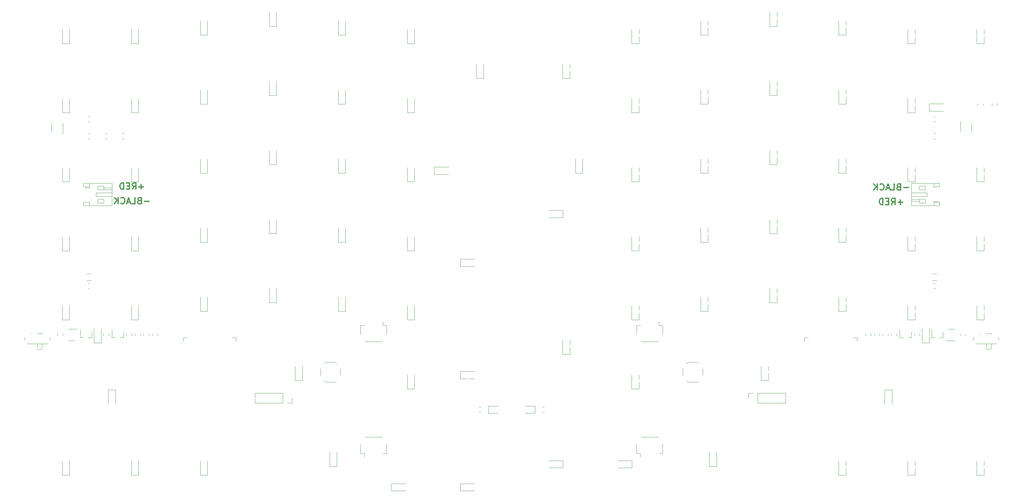
<source format=gbo>
G04 #@! TF.GenerationSoftware,KiCad,Pcbnew,(5.1.10-1-10_14)*
G04 #@! TF.CreationDate,2021-10-20T16:09:14+11:00*
G04 #@! TF.ProjectId,pcb,7063622e-6b69-4636-9164-5f7063625858,rev?*
G04 #@! TF.SameCoordinates,Original*
G04 #@! TF.FileFunction,Legend,Bot*
G04 #@! TF.FilePolarity,Positive*
%FSLAX46Y46*%
G04 Gerber Fmt 4.6, Leading zero omitted, Abs format (unit mm)*
G04 Created by KiCad (PCBNEW (5.1.10-1-10_14)) date 2021-10-20 16:09:14*
%MOMM*%
%LPD*%
G01*
G04 APERTURE LIST*
%ADD10C,0.300000*%
%ADD11C,0.350000*%
%ADD12C,0.120000*%
%ADD13R,2.550000X2.500000*%
%ADD14C,1.750000*%
%ADD15C,3.000000*%
%ADD16C,3.987800*%
%ADD17O,3.400000X3.400000*%
%ADD18R,2.500000X2.550000*%
%ADD19R,1.700000X1.000000*%
%ADD20C,3.048000*%
%ADD21R,1.524000X0.700000*%
%ADD22R,0.700000X1.524000*%
%ADD23O,1.750000X1.200000*%
%ADD24O,1.700000X1.700000*%
%ADD25R,1.700000X1.700000*%
%ADD26C,0.787400*%
%ADD27R,1.200000X0.900000*%
%ADD28C,2.000000*%
%ADD29R,2.000000X3.200000*%
%ADD30R,2.000000X2.000000*%
%ADD31R,3.200000X2.000000*%
%ADD32R,2.450000X0.600000*%
%ADD33R,2.450000X0.300000*%
%ADD34C,0.650000*%
%ADD35R,0.800000X0.900000*%
%ADD36R,1.060000X0.650000*%
%ADD37R,1.000000X0.800000*%
%ADD38R,0.700000X1.500000*%
%ADD39C,0.900000*%
%ADD40R,0.900000X1.200000*%
%ADD41R,1.000000X1.400000*%
%ADD42R,1.200000X1.400000*%
G04 APERTURE END LIST*
D10*
X26181250Y-45781250D02*
X24847916Y-45781250D01*
X23431250Y-45531250D02*
X23181250Y-45614583D01*
X23097916Y-45697916D01*
X23014583Y-45864583D01*
X23014583Y-46114583D01*
X23097916Y-46281250D01*
X23181250Y-46364583D01*
X23347916Y-46447916D01*
X24014583Y-46447916D01*
X24014583Y-44697916D01*
X23431250Y-44697916D01*
X23264583Y-44781250D01*
X23181250Y-44864583D01*
X23097916Y-45031250D01*
X23097916Y-45197916D01*
X23181250Y-45364583D01*
X23264583Y-45447916D01*
X23431250Y-45531250D01*
X24014583Y-45531250D01*
X21431250Y-46447916D02*
X22264583Y-46447916D01*
X22264583Y-44697916D01*
X20931250Y-45947916D02*
X20097916Y-45947916D01*
X21097916Y-46447916D02*
X20514583Y-44697916D01*
X19931250Y-46447916D01*
X18347916Y-46281250D02*
X18431250Y-46364583D01*
X18681250Y-46447916D01*
X18847916Y-46447916D01*
X19097916Y-46364583D01*
X19264583Y-46197916D01*
X19347916Y-46031250D01*
X19431250Y-45697916D01*
X19431250Y-45447916D01*
X19347916Y-45114583D01*
X19264583Y-44947916D01*
X19097916Y-44781250D01*
X18847916Y-44697916D01*
X18681250Y-44697916D01*
X18431250Y-44781250D01*
X18347916Y-44864583D01*
X17597916Y-46447916D02*
X17597916Y-44697916D01*
X16597916Y-46447916D02*
X17347916Y-45447916D01*
X16597916Y-44697916D02*
X17597916Y-45697916D01*
D11*
X24639583Y-41743750D02*
X23306250Y-41743750D01*
X23972916Y-42410416D02*
X23972916Y-41077083D01*
X21472916Y-42410416D02*
X22056250Y-41577083D01*
X22472916Y-42410416D02*
X22472916Y-40660416D01*
X21806250Y-40660416D01*
X21639583Y-40743750D01*
X21556250Y-40827083D01*
X21472916Y-40993750D01*
X21472916Y-41243750D01*
X21556250Y-41410416D01*
X21639583Y-41493750D01*
X21806250Y-41577083D01*
X22472916Y-41577083D01*
X20722916Y-41493750D02*
X20139583Y-41493750D01*
X19889583Y-42410416D02*
X20722916Y-42410416D01*
X20722916Y-40660416D01*
X19889583Y-40660416D01*
X19139583Y-42410416D02*
X19139583Y-40660416D01*
X18722916Y-40660416D01*
X18472916Y-40743750D01*
X18306250Y-40910416D01*
X18222916Y-41077083D01*
X18139583Y-41410416D01*
X18139583Y-41660416D01*
X18222916Y-41993750D01*
X18306250Y-42160416D01*
X18472916Y-42327083D01*
X18722916Y-42410416D01*
X19139583Y-42410416D01*
X234208333Y-46025000D02*
X232875000Y-46025000D01*
X233541666Y-46691666D02*
X233541666Y-45358333D01*
X231041666Y-46691666D02*
X231625000Y-45858333D01*
X232041666Y-46691666D02*
X232041666Y-44941666D01*
X231375000Y-44941666D01*
X231208333Y-45025000D01*
X231125000Y-45108333D01*
X231041666Y-45275000D01*
X231041666Y-45525000D01*
X231125000Y-45691666D01*
X231208333Y-45775000D01*
X231375000Y-45858333D01*
X232041666Y-45858333D01*
X230291666Y-45775000D02*
X229708333Y-45775000D01*
X229458333Y-46691666D02*
X230291666Y-46691666D01*
X230291666Y-44941666D01*
X229458333Y-44941666D01*
X228708333Y-46691666D02*
X228708333Y-44941666D01*
X228291666Y-44941666D01*
X228041666Y-45025000D01*
X227875000Y-45191666D01*
X227791666Y-45358333D01*
X227708333Y-45691666D01*
X227708333Y-45941666D01*
X227791666Y-46275000D01*
X227875000Y-46441666D01*
X228041666Y-46608333D01*
X228291666Y-46691666D01*
X228708333Y-46691666D01*
D10*
X235750000Y-41987500D02*
X234416666Y-41987500D01*
X233000000Y-41737500D02*
X232750000Y-41820833D01*
X232666666Y-41904166D01*
X232583333Y-42070833D01*
X232583333Y-42320833D01*
X232666666Y-42487500D01*
X232750000Y-42570833D01*
X232916666Y-42654166D01*
X233583333Y-42654166D01*
X233583333Y-40904166D01*
X233000000Y-40904166D01*
X232833333Y-40987500D01*
X232750000Y-41070833D01*
X232666666Y-41237500D01*
X232666666Y-41404166D01*
X232750000Y-41570833D01*
X232833333Y-41654166D01*
X233000000Y-41737500D01*
X233583333Y-41737500D01*
X231000000Y-42654166D02*
X231833333Y-42654166D01*
X231833333Y-40904166D01*
X230500000Y-42154166D02*
X229666666Y-42154166D01*
X230666666Y-42654166D02*
X230083333Y-40904166D01*
X229500000Y-42654166D01*
X227916666Y-42487500D02*
X228000000Y-42570833D01*
X228250000Y-42654166D01*
X228416666Y-42654166D01*
X228666666Y-42570833D01*
X228833333Y-42404166D01*
X228916666Y-42237500D01*
X229000000Y-41904166D01*
X229000000Y-41654166D01*
X228916666Y-41320833D01*
X228833333Y-41154166D01*
X228666666Y-40987500D01*
X228416666Y-40904166D01*
X228250000Y-40904166D01*
X228000000Y-40987500D01*
X227916666Y-41070833D01*
X227166666Y-42654166D02*
X227166666Y-40904166D01*
X226166666Y-42654166D02*
X226916666Y-41654166D01*
X226166666Y-40904166D02*
X227166666Y-41904166D01*
D12*
X166746250Y-84441250D02*
X161866250Y-84441250D01*
X160696250Y-79971250D02*
X161746250Y-79971250D01*
X160696250Y-82471250D02*
X160696250Y-79971250D01*
X166866250Y-79971250D02*
X166866250Y-78981250D01*
X167916250Y-79971250D02*
X166866250Y-79971250D01*
X167916250Y-82471250D02*
X167916250Y-79971250D01*
X161866250Y-110821250D02*
X166746250Y-110821250D01*
X167916250Y-115291250D02*
X166866250Y-115291250D01*
X167916250Y-112791250D02*
X167916250Y-115291250D01*
X161746250Y-115291250D02*
X161746250Y-116281250D01*
X160696250Y-115291250D02*
X161746250Y-115291250D01*
X160696250Y-112791250D02*
X160696250Y-115291250D01*
X85666250Y-110821250D02*
X90546250Y-110821250D01*
X91716250Y-115291250D02*
X90666250Y-115291250D01*
X91716250Y-112791250D02*
X91716250Y-115291250D01*
X85546250Y-115291250D02*
X85546250Y-116281250D01*
X84496250Y-115291250D02*
X85546250Y-115291250D01*
X84496250Y-112791250D02*
X84496250Y-115291250D01*
X90546250Y-84441250D02*
X85666250Y-84441250D01*
X84496250Y-79971250D02*
X85546250Y-79971250D01*
X84496250Y-82471250D02*
X84496250Y-79971250D01*
X90666250Y-79971250D02*
X90666250Y-78981250D01*
X91716250Y-79971250D02*
X90666250Y-79971250D01*
X91716250Y-82471250D02*
X91716250Y-79971250D01*
X77450000Y-90118750D02*
X74950000Y-90118750D01*
X78950000Y-91868750D02*
X78950000Y-93868750D01*
X77450000Y-95618750D02*
X74950000Y-95618750D01*
X73450000Y-91868750D02*
X73450000Y-93868750D01*
X77900000Y-90568750D02*
X77450000Y-90118750D01*
X74500000Y-90568750D02*
X74950000Y-90118750D01*
X74500000Y-95168750D02*
X74950000Y-95618750D01*
X77900000Y-95168750D02*
X77450000Y-95618750D01*
X208062500Y-83368750D02*
X207062500Y-83368750D01*
X220562500Y-83368750D02*
X221562500Y-83368750D01*
X221562500Y-84368750D02*
X221562500Y-83368750D01*
X207062500Y-84368750D02*
X207062500Y-83368750D01*
X242747500Y-45722500D02*
X243962500Y-45722500D01*
X238787500Y-45662500D02*
X236527500Y-45662500D01*
X238787500Y-45162500D02*
X236527500Y-45162500D01*
X240387500Y-42562500D02*
X240387500Y-41562500D01*
X238787500Y-42562500D02*
X240387500Y-42562500D01*
X238787500Y-41562500D02*
X238787500Y-42562500D01*
X240387500Y-41562500D02*
X238787500Y-41562500D01*
X240387500Y-45162500D02*
X240387500Y-46162500D01*
X238787500Y-45162500D02*
X240387500Y-45162500D01*
X238787500Y-46162500D02*
X238787500Y-45162500D01*
X240387500Y-46162500D02*
X238787500Y-46162500D01*
X242747500Y-40802500D02*
X242747500Y-41722500D01*
X242747500Y-46922500D02*
X242747500Y-46002500D01*
X240887500Y-43362500D02*
X236527500Y-43362500D01*
X240887500Y-44362500D02*
X240887500Y-43362500D01*
X236527500Y-44362500D02*
X240887500Y-44362500D01*
X242747500Y-41722500D02*
X242747500Y-42002500D01*
X244347500Y-41722500D02*
X242747500Y-41722500D01*
X244347500Y-40802500D02*
X244347500Y-41722500D01*
X236527500Y-40802500D02*
X244347500Y-40802500D01*
X236527500Y-46922500D02*
X236527500Y-40802500D01*
X244347500Y-46922500D02*
X236527500Y-46922500D01*
X244347500Y-46002500D02*
X244347500Y-46922500D01*
X242747500Y-46002500D02*
X244347500Y-46002500D01*
X242747500Y-45722500D02*
X242747500Y-46002500D01*
X9665000Y-42002500D02*
X8450000Y-42002500D01*
X13625000Y-42062500D02*
X15885000Y-42062500D01*
X13625000Y-42562500D02*
X15885000Y-42562500D01*
X12025000Y-45162500D02*
X12025000Y-46162500D01*
X13625000Y-45162500D02*
X12025000Y-45162500D01*
X13625000Y-46162500D02*
X13625000Y-45162500D01*
X12025000Y-46162500D02*
X13625000Y-46162500D01*
X12025000Y-42562500D02*
X12025000Y-41562500D01*
X13625000Y-42562500D02*
X12025000Y-42562500D01*
X13625000Y-41562500D02*
X13625000Y-42562500D01*
X12025000Y-41562500D02*
X13625000Y-41562500D01*
X9665000Y-46922500D02*
X9665000Y-46002500D01*
X9665000Y-40802500D02*
X9665000Y-41722500D01*
X11525000Y-44362500D02*
X15885000Y-44362500D01*
X11525000Y-43362500D02*
X11525000Y-44362500D01*
X15885000Y-43362500D02*
X11525000Y-43362500D01*
X9665000Y-46002500D02*
X9665000Y-45722500D01*
X8065000Y-46002500D02*
X9665000Y-46002500D01*
X8065000Y-46922500D02*
X8065000Y-46002500D01*
X15885000Y-46922500D02*
X8065000Y-46922500D01*
X15885000Y-40802500D02*
X15885000Y-46922500D01*
X8065000Y-40802500D02*
X15885000Y-40802500D01*
X8065000Y-41722500D02*
X8065000Y-40802500D01*
X9665000Y-41722500D02*
X8065000Y-41722500D01*
X9665000Y-42002500D02*
X9665000Y-41722500D01*
X201831250Y-98682500D02*
X201831250Y-101342500D01*
X194151250Y-98682500D02*
X201831250Y-98682500D01*
X194151250Y-101342500D02*
X201831250Y-101342500D01*
X194151250Y-98682500D02*
X194151250Y-101342500D01*
X192881250Y-98682500D02*
X191551250Y-98682500D01*
X191551250Y-98682500D02*
X191551250Y-100012500D01*
X12906250Y-84800000D02*
X10906250Y-84800000D01*
X10906250Y-84800000D02*
X10906250Y-80900000D01*
X12906250Y-84800000D02*
X12906250Y-80900000D01*
X36612500Y-83368750D02*
X35612500Y-83368750D01*
X49112500Y-83368750D02*
X50112500Y-83368750D01*
X50112500Y-84368750D02*
X50112500Y-83368750D01*
X35612500Y-84368750D02*
X35612500Y-83368750D01*
X230128750Y-82777064D02*
X230128750Y-82322936D01*
X228658750Y-82777064D02*
X228658750Y-82322936D01*
X251560000Y-82777064D02*
X251560000Y-82322936D01*
X250090000Y-82777064D02*
X250090000Y-82322936D01*
X177462500Y-90118750D02*
X174962500Y-90118750D01*
X178962500Y-91868750D02*
X178962500Y-93868750D01*
X177462500Y-95618750D02*
X174962500Y-95618750D01*
X173462500Y-91868750D02*
X173462500Y-93868750D01*
X177912500Y-90568750D02*
X177462500Y-90118750D01*
X174512500Y-90568750D02*
X174962500Y-90118750D01*
X174512500Y-95168750D02*
X174962500Y-95618750D01*
X177912500Y-95168750D02*
X177462500Y-95618750D01*
X161337500Y-40350000D02*
X159337500Y-40350000D01*
X159337500Y-40350000D02*
X159337500Y-36450000D01*
X161337500Y-40350000D02*
X161337500Y-36450000D01*
X236530000Y-83310000D02*
X235600000Y-83310000D01*
X233370000Y-83310000D02*
X234300000Y-83310000D01*
X233370000Y-83310000D02*
X233370000Y-81150000D01*
X236530000Y-83310000D02*
X236530000Y-81850000D01*
X246750000Y-80940000D02*
X248550000Y-80940000D01*
X248550000Y-84160000D02*
X246100000Y-84160000D01*
X5662500Y-84160000D02*
X3862500Y-84160000D01*
X3862500Y-80940000D02*
X6312500Y-80940000D01*
X19042500Y-83310000D02*
X18112500Y-83310000D01*
X15882500Y-83310000D02*
X16812500Y-83310000D01*
X15882500Y-83310000D02*
X15882500Y-81150000D01*
X19042500Y-83310000D02*
X19042500Y-81850000D01*
X255775000Y-82223750D02*
X255575000Y-82223750D01*
X258575000Y-86363750D02*
X258375000Y-86573750D01*
X257275000Y-86363750D02*
X257475000Y-86573750D01*
X258575000Y-85073750D02*
X258575000Y-86363750D01*
X258375000Y-86573750D02*
X257475000Y-86573750D01*
X257275000Y-86363750D02*
X257275000Y-85073750D01*
X260025000Y-85073750D02*
X254325000Y-85073750D01*
X258775000Y-82223750D02*
X257075000Y-82223750D01*
X260625000Y-83273750D02*
X260625000Y-84063750D01*
X253725000Y-84063750D02*
X253725000Y-83273750D01*
X-6162500Y-82223750D02*
X-6362500Y-82223750D01*
X-3362500Y-86363750D02*
X-3562500Y-86573750D01*
X-4662500Y-86363750D02*
X-4462500Y-86573750D01*
X-3362500Y-85073750D02*
X-3362500Y-86363750D01*
X-3562500Y-86573750D02*
X-4462500Y-86573750D01*
X-4662500Y-86363750D02*
X-4662500Y-85073750D01*
X-1912500Y-85073750D02*
X-7612500Y-85073750D01*
X-3162500Y-82223750D02*
X-4862500Y-82223750D01*
X-1312500Y-83273750D02*
X-1312500Y-84063750D01*
X-8212500Y-84063750D02*
X-8212500Y-83273750D01*
X242660436Y-69791250D02*
X243114564Y-69791250D01*
X242660436Y-68321250D02*
X243114564Y-68321250D01*
X134710436Y-103922500D02*
X135164564Y-103922500D01*
X134710436Y-102452500D02*
X135164564Y-102452500D01*
X226277500Y-82322936D02*
X226277500Y-82777064D01*
X227747500Y-82322936D02*
X227747500Y-82777064D01*
X242660436Y-28516250D02*
X243114564Y-28516250D01*
X242660436Y-27046250D02*
X243114564Y-27046250D01*
X242660436Y-23753750D02*
X243114564Y-23753750D01*
X242660436Y-22283750D02*
X243114564Y-22283750D01*
X117702064Y-102452500D02*
X117247936Y-102452500D01*
X117702064Y-103922500D02*
X117247936Y-103922500D01*
X23753750Y-82777064D02*
X23753750Y-82322936D01*
X22283750Y-82777064D02*
X22283750Y-82322936D01*
X24665000Y-82322936D02*
X24665000Y-82777064D01*
X26135000Y-82322936D02*
X26135000Y-82777064D01*
X14060436Y-28516250D02*
X14514564Y-28516250D01*
X14060436Y-27046250D02*
X14514564Y-27046250D01*
X9752064Y-22283750D02*
X9297936Y-22283750D01*
X9752064Y-23753750D02*
X9297936Y-23753750D01*
X254852500Y-18822936D02*
X254852500Y-19277064D01*
X256322500Y-18822936D02*
X256322500Y-19277064D01*
X2322500Y-82777064D02*
X2322500Y-82322936D01*
X852500Y-82777064D02*
X852500Y-82322936D01*
X9297936Y-69791250D02*
X9752064Y-69791250D01*
X9297936Y-68321250D02*
X9752064Y-68321250D01*
X9752064Y-27046250D02*
X9297936Y-27046250D01*
X9752064Y-28516250D02*
X9297936Y-28516250D01*
X245261250Y-83310000D02*
X244331250Y-83310000D01*
X242101250Y-83310000D02*
X243031250Y-83310000D01*
X242101250Y-83310000D02*
X242101250Y-81150000D01*
X245261250Y-83310000D02*
X245261250Y-81850000D01*
X10311250Y-83310000D02*
X9381250Y-83310000D01*
X7151250Y-83310000D02*
X8081250Y-83310000D01*
X7151250Y-83310000D02*
X7151250Y-81150000D01*
X10311250Y-83310000D02*
X10311250Y-81850000D01*
X55343750Y-101342500D02*
X55343750Y-98682500D01*
X63023750Y-101342500D02*
X55343750Y-101342500D01*
X63023750Y-98682500D02*
X55343750Y-98682500D01*
X63023750Y-101342500D02*
X63023750Y-98682500D01*
X64293750Y-101342500D02*
X65623750Y-101342500D01*
X65623750Y-101342500D02*
X65623750Y-100012500D01*
X242285436Y-67585000D02*
X243489564Y-67585000D01*
X242285436Y-65765000D02*
X243489564Y-65765000D01*
X8922936Y-67585000D02*
X10127064Y-67585000D01*
X8922936Y-65765000D02*
X10127064Y-65765000D01*
X182768750Y-118931250D02*
X180768750Y-118931250D01*
X180768750Y-118931250D02*
X180768750Y-115031250D01*
X182768750Y-118931250D02*
X182768750Y-115031250D01*
X159412500Y-117268750D02*
X159412500Y-119268750D01*
X159412500Y-119268750D02*
X155512500Y-119268750D01*
X159412500Y-117268750D02*
X155512500Y-117268750D01*
X256587500Y-78450000D02*
X254587500Y-78450000D01*
X254587500Y-78450000D02*
X254587500Y-74550000D01*
X256587500Y-78450000D02*
X256587500Y-74550000D01*
X256587500Y-59400000D02*
X254587500Y-59400000D01*
X254587500Y-59400000D02*
X254587500Y-55500000D01*
X256587500Y-59400000D02*
X256587500Y-55500000D01*
X256587500Y-40350000D02*
X254587500Y-40350000D01*
X254587500Y-40350000D02*
X254587500Y-36450000D01*
X256587500Y-40350000D02*
X256587500Y-36450000D01*
X241431250Y-20843750D02*
X241431250Y-18843750D01*
X241431250Y-18843750D02*
X245331250Y-18843750D01*
X241431250Y-20843750D02*
X245331250Y-20843750D01*
X256587500Y-2250000D02*
X254587500Y-2250000D01*
X254587500Y-2250000D02*
X254587500Y1650000D01*
X256587500Y-2250000D02*
X256587500Y1650000D01*
X140362500Y-117268750D02*
X140362500Y-119268750D01*
X140362500Y-119268750D02*
X136462500Y-119268750D01*
X140362500Y-117268750D02*
X136462500Y-117268750D01*
X237537500Y-78450000D02*
X235537500Y-78450000D01*
X235537500Y-78450000D02*
X235537500Y-74550000D01*
X237537500Y-78450000D02*
X237537500Y-74550000D01*
X237537500Y-59400000D02*
X235537500Y-59400000D01*
X235537500Y-59400000D02*
X235537500Y-55500000D01*
X237537500Y-59400000D02*
X237537500Y-55500000D01*
X237537500Y-40350000D02*
X235537500Y-40350000D01*
X235537500Y-40350000D02*
X235537500Y-36450000D01*
X237537500Y-40350000D02*
X237537500Y-36450000D01*
X237537500Y-21300000D02*
X235537500Y-21300000D01*
X235537500Y-21300000D02*
X235537500Y-17400000D01*
X237537500Y-21300000D02*
X237537500Y-17400000D01*
X237537500Y-2250000D02*
X235537500Y-2250000D01*
X235537500Y-2250000D02*
X235537500Y1650000D01*
X237537500Y-2250000D02*
X237537500Y1650000D01*
X218487500Y-76068750D02*
X216487500Y-76068750D01*
X216487500Y-76068750D02*
X216487500Y-72168750D01*
X218487500Y-76068750D02*
X218487500Y-72168750D01*
X218487500Y-57018750D02*
X216487500Y-57018750D01*
X216487500Y-57018750D02*
X216487500Y-53118750D01*
X218487500Y-57018750D02*
X218487500Y-53118750D01*
X218487500Y-37968750D02*
X216487500Y-37968750D01*
X216487500Y-37968750D02*
X216487500Y-34068750D01*
X218487500Y-37968750D02*
X218487500Y-34068750D01*
X218487500Y-18918750D02*
X216487500Y-18918750D01*
X216487500Y-18918750D02*
X216487500Y-15018750D01*
X218487500Y-18918750D02*
X218487500Y-15018750D01*
X218487500Y131250D02*
X216487500Y131250D01*
X216487500Y131250D02*
X216487500Y4031250D01*
X218487500Y131250D02*
X218487500Y4031250D01*
X197056250Y-95118750D02*
X195056250Y-95118750D01*
X195056250Y-95118750D02*
X195056250Y-91218750D01*
X197056250Y-95118750D02*
X197056250Y-91218750D01*
X199437500Y-73687500D02*
X197437500Y-73687500D01*
X197437500Y-73687500D02*
X197437500Y-69787500D01*
X199437500Y-73687500D02*
X199437500Y-69787500D01*
X199437500Y-54637500D02*
X197437500Y-54637500D01*
X197437500Y-54637500D02*
X197437500Y-50737500D01*
X199437500Y-54637500D02*
X199437500Y-50737500D01*
X199437500Y-35587500D02*
X197437500Y-35587500D01*
X197437500Y-35587500D02*
X197437500Y-31687500D01*
X199437500Y-35587500D02*
X199437500Y-31687500D01*
X199437500Y-16537500D02*
X197437500Y-16537500D01*
X197437500Y-16537500D02*
X197437500Y-12637500D01*
X199437500Y-16537500D02*
X199437500Y-12637500D01*
X199437500Y2512500D02*
X197437500Y2512500D01*
X197437500Y2512500D02*
X197437500Y6412500D01*
X199437500Y2512500D02*
X199437500Y6412500D01*
X256587500Y-121312500D02*
X254587500Y-121312500D01*
X254587500Y-121312500D02*
X254587500Y-117412500D01*
X256587500Y-121312500D02*
X256587500Y-117412500D01*
X180387500Y-76068750D02*
X178387500Y-76068750D01*
X178387500Y-76068750D02*
X178387500Y-72168750D01*
X180387500Y-76068750D02*
X180387500Y-72168750D01*
X180387500Y-57018750D02*
X178387500Y-57018750D01*
X178387500Y-57018750D02*
X178387500Y-53118750D01*
X180387500Y-57018750D02*
X180387500Y-53118750D01*
X180387500Y-37968750D02*
X178387500Y-37968750D01*
X178387500Y-37968750D02*
X178387500Y-34068750D01*
X180387500Y-37968750D02*
X180387500Y-34068750D01*
X180387500Y-18918750D02*
X178387500Y-18918750D01*
X178387500Y-18918750D02*
X178387500Y-15018750D01*
X180387500Y-18918750D02*
X180387500Y-15018750D01*
X180387500Y131250D02*
X178387500Y131250D01*
X178387500Y131250D02*
X178387500Y4031250D01*
X180387500Y131250D02*
X180387500Y4031250D01*
X237537500Y-121312500D02*
X235537500Y-121312500D01*
X235537500Y-121312500D02*
X235537500Y-117412500D01*
X237537500Y-121312500D02*
X237537500Y-117412500D01*
X229187500Y-97762500D02*
X231187500Y-97762500D01*
X231187500Y-97762500D02*
X231187500Y-101662500D01*
X229187500Y-97762500D02*
X229187500Y-101662500D01*
X241506250Y-84800000D02*
X239506250Y-84800000D01*
X239506250Y-84800000D02*
X239506250Y-80900000D01*
X241506250Y-84800000D02*
X241506250Y-80900000D01*
X161337500Y-97500000D02*
X159337500Y-97500000D01*
X159337500Y-97500000D02*
X159337500Y-93600000D01*
X161337500Y-97500000D02*
X161337500Y-93600000D01*
X161337500Y-78450000D02*
X159337500Y-78450000D01*
X159337500Y-78450000D02*
X159337500Y-74550000D01*
X161337500Y-78450000D02*
X161337500Y-74550000D01*
X161337500Y-59400000D02*
X159337500Y-59400000D01*
X159337500Y-59400000D02*
X159337500Y-55500000D01*
X161337500Y-59400000D02*
X161337500Y-55500000D01*
X161337500Y-21300000D02*
X159337500Y-21300000D01*
X159337500Y-21300000D02*
X159337500Y-17400000D01*
X161337500Y-21300000D02*
X161337500Y-17400000D01*
X161337500Y-2250000D02*
X159337500Y-2250000D01*
X159337500Y-2250000D02*
X159337500Y1650000D01*
X161337500Y-2250000D02*
X161337500Y1650000D01*
X218487500Y-121312500D02*
X216487500Y-121312500D01*
X216487500Y-121312500D02*
X216487500Y-117412500D01*
X218487500Y-121312500D02*
X218487500Y-117412500D01*
X142287500Y-87975000D02*
X140287500Y-87975000D01*
X140287500Y-87975000D02*
X140287500Y-84075000D01*
X142287500Y-87975000D02*
X142287500Y-84075000D01*
X140362500Y-48212500D02*
X140362500Y-50212500D01*
X140362500Y-50212500D02*
X136462500Y-50212500D01*
X140362500Y-48212500D02*
X136462500Y-48212500D01*
X145822500Y-37980000D02*
X143822500Y-37980000D01*
X143822500Y-37980000D02*
X143822500Y-34080000D01*
X145822500Y-37980000D02*
X145822500Y-34080000D01*
X142287500Y-11775000D02*
X140287500Y-11775000D01*
X140287500Y-11775000D02*
X140287500Y-7875000D01*
X142287500Y-11775000D02*
X142287500Y-7875000D01*
X129968750Y-102227500D02*
X132653750Y-102227500D01*
X132653750Y-102227500D02*
X132653750Y-104147500D01*
X132653750Y-104147500D02*
X129968750Y-104147500D01*
X253168750Y-24200000D02*
X253168750Y-26600000D01*
X250068750Y-26600000D02*
X250068750Y-23650000D01*
X112050000Y-125618750D02*
X112050000Y-123618750D01*
X112050000Y-123618750D02*
X115950000Y-123618750D01*
X112050000Y-125618750D02*
X115950000Y-125618750D01*
X112050000Y-94662500D02*
X112050000Y-92662500D01*
X112050000Y-92662500D02*
X115950000Y-92662500D01*
X112050000Y-94662500D02*
X115950000Y-94662500D01*
X112050000Y-63706250D02*
X112050000Y-61706250D01*
X112050000Y-61706250D02*
X115950000Y-61706250D01*
X112050000Y-63706250D02*
X115950000Y-63706250D01*
X104906250Y-38306250D02*
X104906250Y-36306250D01*
X104906250Y-36306250D02*
X108806250Y-36306250D01*
X104906250Y-38306250D02*
X108806250Y-38306250D01*
X118475000Y-11775000D02*
X116475000Y-11775000D01*
X116475000Y-11775000D02*
X116475000Y-7875000D01*
X118475000Y-11775000D02*
X118475000Y-7875000D01*
X93000000Y-125618750D02*
X93000000Y-123618750D01*
X93000000Y-123618750D02*
X96900000Y-123618750D01*
X93000000Y-125618750D02*
X96900000Y-125618750D01*
X-756250Y-26600000D02*
X-756250Y-24200000D01*
X2343750Y-24200000D02*
X2343750Y-27150000D01*
X122443750Y-104147500D02*
X119758750Y-104147500D01*
X119758750Y-104147500D02*
X119758750Y-102227500D01*
X119758750Y-102227500D02*
X122443750Y-102227500D01*
X99425000Y-97500000D02*
X97425000Y-97500000D01*
X97425000Y-97500000D02*
X97425000Y-93600000D01*
X99425000Y-97500000D02*
X99425000Y-93600000D01*
X99425000Y-78450000D02*
X97425000Y-78450000D01*
X97425000Y-78450000D02*
X97425000Y-74550000D01*
X99425000Y-78450000D02*
X99425000Y-74550000D01*
X99425000Y-59400000D02*
X97425000Y-59400000D01*
X97425000Y-59400000D02*
X97425000Y-55500000D01*
X99425000Y-59400000D02*
X99425000Y-55500000D01*
X99425000Y-40350000D02*
X97425000Y-40350000D01*
X97425000Y-40350000D02*
X97425000Y-36450000D01*
X99425000Y-40350000D02*
X99425000Y-36450000D01*
X99425000Y-21300000D02*
X97425000Y-21300000D01*
X97425000Y-21300000D02*
X97425000Y-17400000D01*
X99425000Y-21300000D02*
X99425000Y-17400000D01*
X99425000Y-2250000D02*
X97425000Y-2250000D01*
X97425000Y-2250000D02*
X97425000Y1650000D01*
X99425000Y-2250000D02*
X99425000Y1650000D01*
X77993750Y-118931250D02*
X75993750Y-118931250D01*
X75993750Y-118931250D02*
X75993750Y-115031250D01*
X77993750Y-118931250D02*
X77993750Y-115031250D01*
X80375000Y-76068750D02*
X78375000Y-76068750D01*
X78375000Y-76068750D02*
X78375000Y-72168750D01*
X80375000Y-76068750D02*
X80375000Y-72168750D01*
X80375000Y-57018750D02*
X78375000Y-57018750D01*
X78375000Y-57018750D02*
X78375000Y-53118750D01*
X80375000Y-57018750D02*
X80375000Y-53118750D01*
X80375000Y-37968750D02*
X78375000Y-37968750D01*
X78375000Y-37968750D02*
X78375000Y-34068750D01*
X80375000Y-37968750D02*
X80375000Y-34068750D01*
X80375000Y-18918750D02*
X78375000Y-18918750D01*
X78375000Y-18918750D02*
X78375000Y-15018750D01*
X80375000Y-18918750D02*
X80375000Y-15018750D01*
X80375000Y131250D02*
X78375000Y131250D01*
X78375000Y131250D02*
X78375000Y4031250D01*
X80375000Y131250D02*
X80375000Y4031250D01*
X68468750Y-95118750D02*
X66468750Y-95118750D01*
X66468750Y-95118750D02*
X66468750Y-91218750D01*
X68468750Y-95118750D02*
X68468750Y-91218750D01*
X61325000Y-73687500D02*
X59325000Y-73687500D01*
X59325000Y-73687500D02*
X59325000Y-69787500D01*
X61325000Y-73687500D02*
X61325000Y-69787500D01*
X61325000Y-54637500D02*
X59325000Y-54637500D01*
X59325000Y-54637500D02*
X59325000Y-50737500D01*
X61325000Y-54637500D02*
X61325000Y-50737500D01*
X61325000Y-35587500D02*
X59325000Y-35587500D01*
X59325000Y-35587500D02*
X59325000Y-31687500D01*
X61325000Y-35587500D02*
X61325000Y-31687500D01*
X61325000Y-16537500D02*
X59325000Y-16537500D01*
X59325000Y-16537500D02*
X59325000Y-12637500D01*
X61325000Y-16537500D02*
X61325000Y-12637500D01*
X61325000Y2512500D02*
X59325000Y2512500D01*
X59325000Y2512500D02*
X59325000Y6412500D01*
X61325000Y2512500D02*
X61325000Y6412500D01*
X42275000Y-76068750D02*
X40275000Y-76068750D01*
X40275000Y-76068750D02*
X40275000Y-72168750D01*
X42275000Y-76068750D02*
X42275000Y-72168750D01*
X42275000Y-57018750D02*
X40275000Y-57018750D01*
X40275000Y-57018750D02*
X40275000Y-53118750D01*
X42275000Y-57018750D02*
X42275000Y-53118750D01*
X42275000Y-37968750D02*
X40275000Y-37968750D01*
X40275000Y-37968750D02*
X40275000Y-34068750D01*
X42275000Y-37968750D02*
X42275000Y-34068750D01*
X42275000Y-18918750D02*
X40275000Y-18918750D01*
X40275000Y-18918750D02*
X40275000Y-15018750D01*
X42275000Y-18918750D02*
X42275000Y-15018750D01*
X42275000Y131250D02*
X40275000Y131250D01*
X40275000Y131250D02*
X40275000Y4031250D01*
X42275000Y131250D02*
X42275000Y4031250D01*
X42275000Y-121312500D02*
X40275000Y-121312500D01*
X40275000Y-121312500D02*
X40275000Y-117412500D01*
X42275000Y-121312500D02*
X42275000Y-117412500D01*
X23225000Y-78450000D02*
X21225000Y-78450000D01*
X21225000Y-78450000D02*
X21225000Y-74550000D01*
X23225000Y-78450000D02*
X23225000Y-74550000D01*
X23225000Y-59400000D02*
X21225000Y-59400000D01*
X21225000Y-59400000D02*
X21225000Y-55500000D01*
X23225000Y-59400000D02*
X23225000Y-55500000D01*
X23225000Y-40350000D02*
X21225000Y-40350000D01*
X21225000Y-40350000D02*
X21225000Y-36450000D01*
X23225000Y-40350000D02*
X23225000Y-36450000D01*
X23225000Y-21300000D02*
X21225000Y-21300000D01*
X21225000Y-21300000D02*
X21225000Y-17400000D01*
X23225000Y-21300000D02*
X23225000Y-17400000D01*
X23225000Y-2250000D02*
X21225000Y-2250000D01*
X21225000Y-2250000D02*
X21225000Y1650000D01*
X23225000Y-2250000D02*
X23225000Y1650000D01*
X23225000Y-121312500D02*
X21225000Y-121312500D01*
X21225000Y-121312500D02*
X21225000Y-117412500D01*
X23225000Y-121312500D02*
X23225000Y-117412500D01*
X14875000Y-97762500D02*
X16875000Y-97762500D01*
X16875000Y-97762500D02*
X16875000Y-101662500D01*
X14875000Y-97762500D02*
X14875000Y-101662500D01*
X4175000Y-78450000D02*
X2175000Y-78450000D01*
X2175000Y-78450000D02*
X2175000Y-74550000D01*
X4175000Y-78450000D02*
X4175000Y-74550000D01*
X4175000Y-59400000D02*
X2175000Y-59400000D01*
X2175000Y-59400000D02*
X2175000Y-55500000D01*
X4175000Y-59400000D02*
X4175000Y-55500000D01*
X4175000Y-40350000D02*
X2175000Y-40350000D01*
X2175000Y-40350000D02*
X2175000Y-36450000D01*
X4175000Y-40350000D02*
X4175000Y-36450000D01*
X4175000Y-21300000D02*
X2175000Y-21300000D01*
X2175000Y-21300000D02*
X2175000Y-17400000D01*
X4175000Y-21300000D02*
X4175000Y-17400000D01*
X4175000Y-2250000D02*
X2175000Y-2250000D01*
X2175000Y-2250000D02*
X2175000Y1650000D01*
X4175000Y-2250000D02*
X4175000Y1650000D01*
X4175000Y-121312500D02*
X2175000Y-121312500D01*
X2175000Y-121312500D02*
X2175000Y-117412500D01*
X4175000Y-121312500D02*
X4175000Y-117412500D01*
X232510000Y-82811252D02*
X232510000Y-82288748D01*
X231040000Y-82811252D02*
X231040000Y-82288748D01*
X237390000Y-82288748D02*
X237390000Y-82811252D01*
X238860000Y-82288748D02*
X238860000Y-82811252D01*
X225366250Y-82811252D02*
X225366250Y-82288748D01*
X223896250Y-82811252D02*
X223896250Y-82288748D01*
X258821250Y-18788748D02*
X258821250Y-19311252D01*
X260291250Y-18788748D02*
X260291250Y-19311252D01*
X13552500Y-82288748D02*
X13552500Y-82811252D01*
X15022500Y-82288748D02*
X15022500Y-82811252D01*
X19902500Y-82288748D02*
X19902500Y-82811252D01*
X21372500Y-82288748D02*
X21372500Y-82811252D01*
X19311252Y-27046250D02*
X18788748Y-27046250D01*
X19311252Y-28516250D02*
X18788748Y-28516250D01*
X28516250Y-82811252D02*
X28516250Y-82288748D01*
X27046250Y-82811252D02*
X27046250Y-82288748D01*
%LPC*%
D13*
X227520500Y-105092500D03*
X240447500Y-102552500D03*
D14*
X228282500Y-100012500D03*
X238442500Y-100012500D03*
D15*
X237172500Y-102552500D03*
D16*
X233362500Y-100012500D03*
D15*
X230822500Y-105092500D03*
D13*
X239204500Y-52070000D03*
X226277500Y-54610000D03*
D14*
X238442500Y-57150000D03*
X228282500Y-57150000D03*
D15*
X229552500Y-54610000D03*
D16*
X233362500Y-57150000D03*
D15*
X235902500Y-52070000D03*
G36*
G01*
X161606250Y-82981249D02*
X161606250Y-84281251D01*
G75*
G02*
X161356251Y-84531250I-249999J0D01*
G01*
X160656249Y-84531250D01*
G75*
G02*
X160406250Y-84281251I0J249999D01*
G01*
X160406250Y-82981249D01*
G75*
G02*
X160656249Y-82731250I249999J0D01*
G01*
X161356251Y-82731250D01*
G75*
G02*
X161606250Y-82981249I0J-249999D01*
G01*
G37*
G36*
G01*
X168206250Y-82981249D02*
X168206250Y-84281251D01*
G75*
G02*
X167956251Y-84531250I-249999J0D01*
G01*
X167256249Y-84531250D01*
G75*
G02*
X167006250Y-84281251I0J249999D01*
G01*
X167006250Y-82981249D01*
G75*
G02*
X167256249Y-82731250I249999J0D01*
G01*
X167956251Y-82731250D01*
G75*
G02*
X168206250Y-82981249I0J-249999D01*
G01*
G37*
G36*
G01*
X162606250Y-79131250D02*
X162606250Y-80381250D01*
G75*
G02*
X162456250Y-80531250I-150000J0D01*
G01*
X162156250Y-80531250D01*
G75*
G02*
X162006250Y-80381250I0J150000D01*
G01*
X162006250Y-79131250D01*
G75*
G02*
X162156250Y-78981250I150000J0D01*
G01*
X162456250Y-78981250D01*
G75*
G02*
X162606250Y-79131250I0J-150000D01*
G01*
G37*
G36*
G01*
X163606250Y-79131250D02*
X163606250Y-80381250D01*
G75*
G02*
X163456250Y-80531250I-150000J0D01*
G01*
X163156250Y-80531250D01*
G75*
G02*
X163006250Y-80381250I0J150000D01*
G01*
X163006250Y-79131250D01*
G75*
G02*
X163156250Y-78981250I150000J0D01*
G01*
X163456250Y-78981250D01*
G75*
G02*
X163606250Y-79131250I0J-150000D01*
G01*
G37*
G36*
G01*
X164606250Y-79131250D02*
X164606250Y-80381250D01*
G75*
G02*
X164456250Y-80531250I-150000J0D01*
G01*
X164156250Y-80531250D01*
G75*
G02*
X164006250Y-80381250I0J150000D01*
G01*
X164006250Y-79131250D01*
G75*
G02*
X164156250Y-78981250I150000J0D01*
G01*
X164456250Y-78981250D01*
G75*
G02*
X164606250Y-79131250I0J-150000D01*
G01*
G37*
G36*
G01*
X165606250Y-79131250D02*
X165606250Y-80381250D01*
G75*
G02*
X165456250Y-80531250I-150000J0D01*
G01*
X165156250Y-80531250D01*
G75*
G02*
X165006250Y-80381250I0J150000D01*
G01*
X165006250Y-79131250D01*
G75*
G02*
X165156250Y-78981250I150000J0D01*
G01*
X165456250Y-78981250D01*
G75*
G02*
X165606250Y-79131250I0J-150000D01*
G01*
G37*
G36*
G01*
X166606250Y-79131250D02*
X166606250Y-80381250D01*
G75*
G02*
X166456250Y-80531250I-150000J0D01*
G01*
X166156250Y-80531250D01*
G75*
G02*
X166006250Y-80381250I0J150000D01*
G01*
X166006250Y-79131250D01*
G75*
G02*
X166156250Y-78981250I150000J0D01*
G01*
X166456250Y-78981250D01*
G75*
G02*
X166606250Y-79131250I0J-150000D01*
G01*
G37*
G36*
G01*
X167006250Y-112281251D02*
X167006250Y-110981249D01*
G75*
G02*
X167256249Y-110731250I249999J0D01*
G01*
X167956251Y-110731250D01*
G75*
G02*
X168206250Y-110981249I0J-249999D01*
G01*
X168206250Y-112281251D01*
G75*
G02*
X167956251Y-112531250I-249999J0D01*
G01*
X167256249Y-112531250D01*
G75*
G02*
X167006250Y-112281251I0J249999D01*
G01*
G37*
G36*
G01*
X160406250Y-112281251D02*
X160406250Y-110981249D01*
G75*
G02*
X160656249Y-110731250I249999J0D01*
G01*
X161356251Y-110731250D01*
G75*
G02*
X161606250Y-110981249I0J-249999D01*
G01*
X161606250Y-112281251D01*
G75*
G02*
X161356251Y-112531250I-249999J0D01*
G01*
X160656249Y-112531250D01*
G75*
G02*
X160406250Y-112281251I0J249999D01*
G01*
G37*
G36*
G01*
X166006250Y-116131250D02*
X166006250Y-114881250D01*
G75*
G02*
X166156250Y-114731250I150000J0D01*
G01*
X166456250Y-114731250D01*
G75*
G02*
X166606250Y-114881250I0J-150000D01*
G01*
X166606250Y-116131250D01*
G75*
G02*
X166456250Y-116281250I-150000J0D01*
G01*
X166156250Y-116281250D01*
G75*
G02*
X166006250Y-116131250I0J150000D01*
G01*
G37*
G36*
G01*
X165006250Y-116131250D02*
X165006250Y-114881250D01*
G75*
G02*
X165156250Y-114731250I150000J0D01*
G01*
X165456250Y-114731250D01*
G75*
G02*
X165606250Y-114881250I0J-150000D01*
G01*
X165606250Y-116131250D01*
G75*
G02*
X165456250Y-116281250I-150000J0D01*
G01*
X165156250Y-116281250D01*
G75*
G02*
X165006250Y-116131250I0J150000D01*
G01*
G37*
G36*
G01*
X164006250Y-116131250D02*
X164006250Y-114881250D01*
G75*
G02*
X164156250Y-114731250I150000J0D01*
G01*
X164456250Y-114731250D01*
G75*
G02*
X164606250Y-114881250I0J-150000D01*
G01*
X164606250Y-116131250D01*
G75*
G02*
X164456250Y-116281250I-150000J0D01*
G01*
X164156250Y-116281250D01*
G75*
G02*
X164006250Y-116131250I0J150000D01*
G01*
G37*
G36*
G01*
X163006250Y-116131250D02*
X163006250Y-114881250D01*
G75*
G02*
X163156250Y-114731250I150000J0D01*
G01*
X163456250Y-114731250D01*
G75*
G02*
X163606250Y-114881250I0J-150000D01*
G01*
X163606250Y-116131250D01*
G75*
G02*
X163456250Y-116281250I-150000J0D01*
G01*
X163156250Y-116281250D01*
G75*
G02*
X163006250Y-116131250I0J150000D01*
G01*
G37*
G36*
G01*
X162006250Y-116131250D02*
X162006250Y-114881250D01*
G75*
G02*
X162156250Y-114731250I150000J0D01*
G01*
X162456250Y-114731250D01*
G75*
G02*
X162606250Y-114881250I0J-150000D01*
G01*
X162606250Y-116131250D01*
G75*
G02*
X162456250Y-116281250I-150000J0D01*
G01*
X162156250Y-116281250D01*
G75*
G02*
X162006250Y-116131250I0J150000D01*
G01*
G37*
G36*
G01*
X90806250Y-112281251D02*
X90806250Y-110981249D01*
G75*
G02*
X91056249Y-110731250I249999J0D01*
G01*
X91756251Y-110731250D01*
G75*
G02*
X92006250Y-110981249I0J-249999D01*
G01*
X92006250Y-112281251D01*
G75*
G02*
X91756251Y-112531250I-249999J0D01*
G01*
X91056249Y-112531250D01*
G75*
G02*
X90806250Y-112281251I0J249999D01*
G01*
G37*
G36*
G01*
X84206250Y-112281251D02*
X84206250Y-110981249D01*
G75*
G02*
X84456249Y-110731250I249999J0D01*
G01*
X85156251Y-110731250D01*
G75*
G02*
X85406250Y-110981249I0J-249999D01*
G01*
X85406250Y-112281251D01*
G75*
G02*
X85156251Y-112531250I-249999J0D01*
G01*
X84456249Y-112531250D01*
G75*
G02*
X84206250Y-112281251I0J249999D01*
G01*
G37*
G36*
G01*
X89806250Y-116131250D02*
X89806250Y-114881250D01*
G75*
G02*
X89956250Y-114731250I150000J0D01*
G01*
X90256250Y-114731250D01*
G75*
G02*
X90406250Y-114881250I0J-150000D01*
G01*
X90406250Y-116131250D01*
G75*
G02*
X90256250Y-116281250I-150000J0D01*
G01*
X89956250Y-116281250D01*
G75*
G02*
X89806250Y-116131250I0J150000D01*
G01*
G37*
G36*
G01*
X88806250Y-116131250D02*
X88806250Y-114881250D01*
G75*
G02*
X88956250Y-114731250I150000J0D01*
G01*
X89256250Y-114731250D01*
G75*
G02*
X89406250Y-114881250I0J-150000D01*
G01*
X89406250Y-116131250D01*
G75*
G02*
X89256250Y-116281250I-150000J0D01*
G01*
X88956250Y-116281250D01*
G75*
G02*
X88806250Y-116131250I0J150000D01*
G01*
G37*
G36*
G01*
X87806250Y-116131250D02*
X87806250Y-114881250D01*
G75*
G02*
X87956250Y-114731250I150000J0D01*
G01*
X88256250Y-114731250D01*
G75*
G02*
X88406250Y-114881250I0J-150000D01*
G01*
X88406250Y-116131250D01*
G75*
G02*
X88256250Y-116281250I-150000J0D01*
G01*
X87956250Y-116281250D01*
G75*
G02*
X87806250Y-116131250I0J150000D01*
G01*
G37*
G36*
G01*
X86806250Y-116131250D02*
X86806250Y-114881250D01*
G75*
G02*
X86956250Y-114731250I150000J0D01*
G01*
X87256250Y-114731250D01*
G75*
G02*
X87406250Y-114881250I0J-150000D01*
G01*
X87406250Y-116131250D01*
G75*
G02*
X87256250Y-116281250I-150000J0D01*
G01*
X86956250Y-116281250D01*
G75*
G02*
X86806250Y-116131250I0J150000D01*
G01*
G37*
G36*
G01*
X85806250Y-116131250D02*
X85806250Y-114881250D01*
G75*
G02*
X85956250Y-114731250I150000J0D01*
G01*
X86256250Y-114731250D01*
G75*
G02*
X86406250Y-114881250I0J-150000D01*
G01*
X86406250Y-116131250D01*
G75*
G02*
X86256250Y-116281250I-150000J0D01*
G01*
X85956250Y-116281250D01*
G75*
G02*
X85806250Y-116131250I0J150000D01*
G01*
G37*
G36*
G01*
X85406250Y-82981249D02*
X85406250Y-84281251D01*
G75*
G02*
X85156251Y-84531250I-249999J0D01*
G01*
X84456249Y-84531250D01*
G75*
G02*
X84206250Y-84281251I0J249999D01*
G01*
X84206250Y-82981249D01*
G75*
G02*
X84456249Y-82731250I249999J0D01*
G01*
X85156251Y-82731250D01*
G75*
G02*
X85406250Y-82981249I0J-249999D01*
G01*
G37*
G36*
G01*
X92006250Y-82981249D02*
X92006250Y-84281251D01*
G75*
G02*
X91756251Y-84531250I-249999J0D01*
G01*
X91056249Y-84531250D01*
G75*
G02*
X90806250Y-84281251I0J249999D01*
G01*
X90806250Y-82981249D01*
G75*
G02*
X91056249Y-82731250I249999J0D01*
G01*
X91756251Y-82731250D01*
G75*
G02*
X92006250Y-82981249I0J-249999D01*
G01*
G37*
G36*
G01*
X86406250Y-79131250D02*
X86406250Y-80381250D01*
G75*
G02*
X86256250Y-80531250I-150000J0D01*
G01*
X85956250Y-80531250D01*
G75*
G02*
X85806250Y-80381250I0J150000D01*
G01*
X85806250Y-79131250D01*
G75*
G02*
X85956250Y-78981250I150000J0D01*
G01*
X86256250Y-78981250D01*
G75*
G02*
X86406250Y-79131250I0J-150000D01*
G01*
G37*
G36*
G01*
X87406250Y-79131250D02*
X87406250Y-80381250D01*
G75*
G02*
X87256250Y-80531250I-150000J0D01*
G01*
X86956250Y-80531250D01*
G75*
G02*
X86806250Y-80381250I0J150000D01*
G01*
X86806250Y-79131250D01*
G75*
G02*
X86956250Y-78981250I150000J0D01*
G01*
X87256250Y-78981250D01*
G75*
G02*
X87406250Y-79131250I0J-150000D01*
G01*
G37*
G36*
G01*
X88406250Y-79131250D02*
X88406250Y-80381250D01*
G75*
G02*
X88256250Y-80531250I-150000J0D01*
G01*
X87956250Y-80531250D01*
G75*
G02*
X87806250Y-80381250I0J150000D01*
G01*
X87806250Y-79131250D01*
G75*
G02*
X87956250Y-78981250I150000J0D01*
G01*
X88256250Y-78981250D01*
G75*
G02*
X88406250Y-79131250I0J-150000D01*
G01*
G37*
G36*
G01*
X89406250Y-79131250D02*
X89406250Y-80381250D01*
G75*
G02*
X89256250Y-80531250I-150000J0D01*
G01*
X88956250Y-80531250D01*
G75*
G02*
X88806250Y-80381250I0J150000D01*
G01*
X88806250Y-79131250D01*
G75*
G02*
X88956250Y-78981250I150000J0D01*
G01*
X89256250Y-78981250D01*
G75*
G02*
X89406250Y-79131250I0J-150000D01*
G01*
G37*
G36*
G01*
X90406250Y-79131250D02*
X90406250Y-80381250D01*
G75*
G02*
X90256250Y-80531250I-150000J0D01*
G01*
X89956250Y-80531250D01*
G75*
G02*
X89806250Y-80381250I0J150000D01*
G01*
X89806250Y-79131250D01*
G75*
G02*
X89956250Y-78981250I150000J0D01*
G01*
X90256250Y-78981250D01*
G75*
G02*
X90406250Y-79131250I0J-150000D01*
G01*
G37*
D17*
X223837500Y-45862500D03*
X223837500Y-41862500D03*
X28575000Y-41862500D03*
X28575000Y-45862500D03*
D15*
X119380000Y-93027500D03*
D16*
X114300000Y-90487500D03*
D15*
X116840000Y-86677500D03*
D14*
X114300000Y-85407500D03*
X114300000Y-95567500D03*
D18*
X116840000Y-83402500D03*
X119380000Y-96329500D03*
D19*
X79350000Y-90968750D03*
X73050000Y-90968750D03*
X79350000Y-94768750D03*
X73050000Y-94768750D03*
D13*
X5842000Y-113982500D03*
X-7085000Y-116522500D03*
D14*
X5080000Y-119062500D03*
X-5080000Y-119062500D03*
D15*
X-3810000Y-116522500D03*
D16*
X0Y-119062500D03*
D15*
X2540000Y-113982500D03*
D13*
X163004500Y-52070000D03*
X150077500Y-54610000D03*
D14*
X162242500Y-57150000D03*
X152082500Y-57150000D03*
D15*
X153352500Y-54610000D03*
D16*
X157162500Y-57150000D03*
D15*
X159702500Y-52070000D03*
X140652500Y-80645000D03*
D16*
X138112500Y-85725000D03*
D15*
X134302500Y-83185000D03*
D14*
X133032500Y-85725000D03*
X143192500Y-85725000D03*
D13*
X131027500Y-83185000D03*
X143954500Y-80645000D03*
D20*
X131127500Y-73787000D03*
D16*
X146367500Y-73787000D03*
X146367500Y-97663000D03*
D20*
X131127500Y-97663000D03*
D21*
X221062500Y-98568750D03*
X221062500Y-97468750D03*
X221062500Y-96368750D03*
X221062500Y-95268750D03*
X221062500Y-94168750D03*
X221062500Y-93068750D03*
X221062500Y-91968750D03*
X221062500Y-90868750D03*
X221062500Y-89768750D03*
X221062500Y-88668750D03*
X221062500Y-87568750D03*
X221062500Y-86468750D03*
X221062500Y-85368750D03*
D22*
X219812500Y-83868750D03*
X218712500Y-83868750D03*
X217612500Y-83868750D03*
X216512500Y-83868750D03*
X215412500Y-83868750D03*
X214312500Y-83868750D03*
X213212500Y-83868750D03*
X212112500Y-83868750D03*
X211012500Y-83868750D03*
X209912500Y-83868750D03*
X208812500Y-83868750D03*
D21*
X207562500Y-85368750D03*
X207562500Y-86468750D03*
X207562500Y-87568750D03*
X207562500Y-88668750D03*
X207562500Y-89768750D03*
X207562500Y-90868750D03*
X207562500Y-91968750D03*
X207562500Y-93068750D03*
X207562500Y-94168750D03*
X207562500Y-95268750D03*
X207562500Y-96368750D03*
X207562500Y-97468750D03*
X207562500Y-98568750D03*
D13*
X43942000Y-68738750D03*
X31015000Y-71278750D03*
D14*
X43180000Y-73818750D03*
X33020000Y-73818750D03*
D15*
X34290000Y-71278750D03*
D16*
X38100000Y-73818750D03*
D15*
X40640000Y-68738750D03*
D23*
X242887500Y-42862500D03*
G36*
G01*
X243512501Y-45462500D02*
X242262499Y-45462500D01*
G75*
G02*
X242012500Y-45212501I0J249999D01*
G01*
X242012500Y-44512499D01*
G75*
G02*
X242262499Y-44262500I249999J0D01*
G01*
X243512501Y-44262500D01*
G75*
G02*
X243762500Y-44512499I0J-249999D01*
G01*
X243762500Y-45212501D01*
G75*
G02*
X243512501Y-45462500I-249999J0D01*
G01*
G37*
X9525000Y-44862500D03*
G36*
G01*
X8899999Y-42262500D02*
X10150001Y-42262500D01*
G75*
G02*
X10400000Y-42512499I0J-249999D01*
G01*
X10400000Y-43212501D01*
G75*
G02*
X10150001Y-43462500I-249999J0D01*
G01*
X8899999Y-43462500D01*
G75*
G02*
X8650000Y-43212501I0J249999D01*
G01*
X8650000Y-42512499D01*
G75*
G02*
X8899999Y-42262500I249999J0D01*
G01*
G37*
D24*
X200501250Y-100012500D03*
X197961250Y-100012500D03*
X195421250Y-100012500D03*
D25*
X192881250Y-100012500D03*
D26*
X97790000Y-8985250D03*
X96520000Y-8985250D03*
X92710000Y-8985250D03*
X93980000Y-8985250D03*
X95250000Y-8985250D03*
X92710000Y-10858500D03*
X93980000Y-10858500D03*
X97790000Y-10858500D03*
X96520000Y-10858500D03*
X95250000Y-10858500D03*
D13*
X5842000Y5080000D03*
X-7085000Y2540000D03*
D14*
X5080000Y0D03*
X-5080000Y0D03*
D15*
X-3810000Y2540000D03*
D16*
X0Y0D03*
D15*
X2540000Y5080000D03*
D26*
X19050000Y-8985250D03*
X17780000Y-8985250D03*
X16510000Y-8985250D03*
X20320000Y-8985250D03*
X21590000Y-8985250D03*
D13*
X24892000Y-13970000D03*
X11965000Y-16510000D03*
D14*
X24130000Y-19050000D03*
X13970000Y-19050000D03*
D15*
X15240000Y-16510000D03*
D16*
X19050000Y-19050000D03*
D15*
X21590000Y-13970000D03*
D13*
X182054500Y7461250D03*
X169127500Y4921250D03*
D14*
X181292500Y2381250D03*
X171132500Y2381250D03*
D15*
X172402500Y4921250D03*
D16*
X176212500Y2381250D03*
D15*
X178752500Y7461250D03*
D26*
X233362500Y-10858500D03*
X234632500Y-10858500D03*
X235902500Y-10858500D03*
X232092500Y-10858500D03*
X230822500Y-10858500D03*
D13*
X220154500Y-68738750D03*
X207227500Y-71278750D03*
D14*
X219392500Y-73818750D03*
X209232500Y-73818750D03*
D15*
X210502500Y-71278750D03*
D16*
X214312500Y-73818750D03*
D15*
X216852500Y-68738750D03*
D13*
X258254500Y-71120000D03*
X245327500Y-73660000D03*
D14*
X257492500Y-76200000D03*
X247332500Y-76200000D03*
D15*
X248602500Y-73660000D03*
D16*
X252412500Y-76200000D03*
D15*
X254952500Y-71120000D03*
D27*
X11906250Y-80900000D03*
X11906250Y-84200000D03*
D21*
X49612500Y-98568750D03*
X49612500Y-97468750D03*
X49612500Y-96368750D03*
X49612500Y-95268750D03*
X49612500Y-94168750D03*
X49612500Y-93068750D03*
X49612500Y-91968750D03*
X49612500Y-90868750D03*
X49612500Y-89768750D03*
X49612500Y-88668750D03*
X49612500Y-87568750D03*
X49612500Y-86468750D03*
X49612500Y-85368750D03*
D22*
X48362500Y-83868750D03*
X47262500Y-83868750D03*
X46162500Y-83868750D03*
X45062500Y-83868750D03*
X43962500Y-83868750D03*
X42862500Y-83868750D03*
X41762500Y-83868750D03*
X40662500Y-83868750D03*
X39562500Y-83868750D03*
X38462500Y-83868750D03*
X37362500Y-83868750D03*
D21*
X36112500Y-85368750D03*
X36112500Y-86468750D03*
X36112500Y-87568750D03*
X36112500Y-88668750D03*
X36112500Y-89768750D03*
X36112500Y-90868750D03*
X36112500Y-91968750D03*
X36112500Y-93068750D03*
X36112500Y-94168750D03*
X36112500Y-95268750D03*
X36112500Y-96368750D03*
X36112500Y-97468750D03*
X36112500Y-98568750D03*
D13*
X220154500Y-113982500D03*
X207227500Y-116522500D03*
D14*
X219392500Y-119062500D03*
X209232500Y-119062500D03*
D15*
X210502500Y-116522500D03*
D16*
X214312500Y-119062500D03*
D15*
X216852500Y-113982500D03*
D13*
X258254500Y-113982500D03*
X245327500Y-116522500D03*
D14*
X257492500Y-119062500D03*
X247332500Y-119062500D03*
D15*
X248602500Y-116522500D03*
D16*
X252412500Y-119062500D03*
D15*
X254952500Y-113982500D03*
D26*
X19050000Y-85979000D03*
X17780000Y-85979000D03*
X16510000Y-85979000D03*
X20320000Y-85979000D03*
X21590000Y-85979000D03*
X19050000Y-91027250D03*
X20320000Y-91027250D03*
X21590000Y-91027250D03*
X17780000Y-91027250D03*
X16510000Y-91027250D03*
G36*
G01*
X229843752Y-82150000D02*
X228943748Y-82150000D01*
G75*
G02*
X228693750Y-81900002I0J249998D01*
G01*
X228693750Y-81374998D01*
G75*
G02*
X228943748Y-81125000I249998J0D01*
G01*
X229843752Y-81125000D01*
G75*
G02*
X230093750Y-81374998I0J-249998D01*
G01*
X230093750Y-81900002D01*
G75*
G02*
X229843752Y-82150000I-249998J0D01*
G01*
G37*
G36*
G01*
X229843752Y-83975000D02*
X228943748Y-83975000D01*
G75*
G02*
X228693750Y-83725002I0J249998D01*
G01*
X228693750Y-83199998D01*
G75*
G02*
X228943748Y-82950000I249998J0D01*
G01*
X229843752Y-82950000D01*
G75*
G02*
X230093750Y-83199998I0J-249998D01*
G01*
X230093750Y-83725002D01*
G75*
G02*
X229843752Y-83975000I-249998J0D01*
G01*
G37*
G36*
G01*
X251275002Y-82150000D02*
X250374998Y-82150000D01*
G75*
G02*
X250125000Y-81900002I0J249998D01*
G01*
X250125000Y-81374998D01*
G75*
G02*
X250374998Y-81125000I249998J0D01*
G01*
X251275002Y-81125000D01*
G75*
G02*
X251525000Y-81374998I0J-249998D01*
G01*
X251525000Y-81900002D01*
G75*
G02*
X251275002Y-82150000I-249998J0D01*
G01*
G37*
G36*
G01*
X251275002Y-83975000D02*
X250374998Y-83975000D01*
G75*
G02*
X250125000Y-83725002I0J249998D01*
G01*
X250125000Y-83199998D01*
G75*
G02*
X250374998Y-82950000I249998J0D01*
G01*
X251275002Y-82950000D01*
G75*
G02*
X251525000Y-83199998I0J-249998D01*
G01*
X251525000Y-83725002D01*
G75*
G02*
X251275002Y-83975000I-249998J0D01*
G01*
G37*
X233362500Y-85979000D03*
X232092500Y-85979000D03*
X230822500Y-85979000D03*
X234632500Y-85979000D03*
X235902500Y-85979000D03*
X233362500Y-91027250D03*
X234632500Y-91027250D03*
X235902500Y-91027250D03*
X232092500Y-91027250D03*
X230822500Y-91027250D03*
D28*
X135612500Y-35575000D03*
X140612500Y-35575000D03*
D29*
X132512500Y-28575000D03*
X143712500Y-28575000D03*
D28*
X135612500Y-21075000D03*
X138112500Y-21075000D03*
D30*
X140612500Y-21075000D03*
D28*
X107300000Y-28456250D03*
X107300000Y-33456250D03*
D31*
X114300000Y-25356250D03*
X114300000Y-36556250D03*
D28*
X121800000Y-28456250D03*
X121800000Y-30956250D03*
D30*
X121800000Y-33456250D03*
D26*
X145097500Y-109283500D03*
X146367500Y-109283500D03*
X150177500Y-109283500D03*
X148907500Y-109283500D03*
X147637500Y-109283500D03*
X150177500Y-105029000D03*
X148907500Y-105029000D03*
X145097500Y-105029000D03*
X146367500Y-105029000D03*
X147637500Y-105029000D03*
D13*
X184435750Y-111601250D03*
X171508750Y-114141250D03*
D14*
X183673750Y-116681250D03*
X173513750Y-116681250D03*
D15*
X174783750Y-114141250D03*
D16*
X178593750Y-116681250D03*
D15*
X181133750Y-111601250D03*
D18*
X152082500Y-115601750D03*
X154622500Y-128528750D03*
D14*
X157162500Y-116363750D03*
X157162500Y-126523750D03*
D15*
X154622500Y-125253750D03*
D16*
X157162500Y-121443750D03*
D15*
X152082500Y-118903750D03*
D18*
X133032500Y-115601750D03*
X135572500Y-128528750D03*
D14*
X138112500Y-116363750D03*
X138112500Y-126523750D03*
D15*
X135572500Y-125253750D03*
D16*
X138112500Y-121443750D03*
D15*
X133032500Y-118903750D03*
D26*
X104775000Y-105029000D03*
X103505000Y-105029000D03*
X102235000Y-105029000D03*
X106045000Y-105029000D03*
X107315000Y-105029000D03*
X104775000Y-109283500D03*
X106045000Y-109283500D03*
X107315000Y-109283500D03*
X103505000Y-109283500D03*
X102235000Y-109283500D03*
X235902500Y-8985250D03*
X234632500Y-8985250D03*
X230822500Y-8985250D03*
X232092500Y-8985250D03*
X233362500Y-8985250D03*
X154622500Y-10858500D03*
X155892500Y-10858500D03*
X159702500Y-10858500D03*
X158432500Y-10858500D03*
X157162500Y-10858500D03*
X159702500Y-8985250D03*
X158432500Y-8985250D03*
X154622500Y-8985250D03*
X155892500Y-8985250D03*
X157162500Y-8985250D03*
X16510000Y-10858500D03*
X17780000Y-10858500D03*
X21590000Y-10858500D03*
X20320000Y-10858500D03*
X19050000Y-10858500D03*
X124079000Y-32385000D03*
X124079000Y-33655000D03*
X124079000Y-37465000D03*
X124079000Y-36195000D03*
X124079000Y-34925000D03*
X128333500Y-37465000D03*
X128333500Y-36195000D03*
X128333500Y-32385000D03*
X128333500Y-33655000D03*
X128333500Y-34925000D03*
X128333500Y-91440000D03*
X128333500Y-90170000D03*
X128333500Y-86360000D03*
X128333500Y-87630000D03*
X128333500Y-88900000D03*
X124079000Y-86360000D03*
X124079000Y-87630000D03*
X124079000Y-91440000D03*
X124079000Y-90170000D03*
X124079000Y-88900000D03*
D19*
X179362500Y-90968750D03*
X173062500Y-90968750D03*
X179362500Y-94768750D03*
X173062500Y-94768750D03*
D18*
X119380000Y-127285750D03*
X116840000Y-114358750D03*
D14*
X114300000Y-126523750D03*
X114300000Y-116363750D03*
D15*
X116840000Y-117633750D03*
D16*
X114300000Y-121443750D03*
D15*
X119380000Y-123983750D03*
D18*
X100330000Y-127285750D03*
X97790000Y-114358750D03*
D14*
X95250000Y-126523750D03*
X95250000Y-116363750D03*
D15*
X97790000Y-117633750D03*
D16*
X95250000Y-121443750D03*
D15*
X100330000Y-123983750D03*
D13*
X79660750Y-111601250D03*
X66733750Y-114141250D03*
D14*
X78898750Y-116681250D03*
X68738750Y-116681250D03*
D15*
X70008750Y-114141250D03*
D16*
X73818750Y-116681250D03*
D15*
X76358750Y-111601250D03*
D13*
X120142000Y-4445000D03*
X107215000Y-6985000D03*
D14*
X119380000Y-9525000D03*
X109220000Y-9525000D03*
D15*
X110490000Y-6985000D03*
D16*
X114300000Y-9525000D03*
D15*
X116840000Y-4445000D03*
D27*
X160337500Y-36450000D03*
X160337500Y-39750000D03*
D16*
X180943250Y-84613750D03*
X204819250Y-84613750D03*
D20*
X180943250Y-99853750D03*
X204819250Y-99853750D03*
D13*
X198723250Y-87788750D03*
X185796250Y-90328750D03*
D14*
X197961250Y-92868750D03*
X187801250Y-92868750D03*
D15*
X189071250Y-90328750D03*
D16*
X192881250Y-92868750D03*
D15*
X195421250Y-87788750D03*
D13*
X201104500Y-66357500D03*
X188177500Y-68897500D03*
D14*
X200342500Y-71437500D03*
X190182500Y-71437500D03*
D15*
X191452500Y-68897500D03*
D16*
X195262500Y-71437500D03*
D15*
X197802500Y-66357500D03*
X133032500Y-49847500D03*
D16*
X138112500Y-52387500D03*
D15*
X135572500Y-56197500D03*
D14*
X138112500Y-57467500D03*
X138112500Y-47307500D03*
D18*
X135572500Y-59472500D03*
X133032500Y-46545500D03*
X119380000Y-65373250D03*
X116840000Y-52446250D03*
D14*
X114300000Y-64611250D03*
X114300000Y-54451250D03*
D15*
X116840000Y-55721250D03*
D16*
X114300000Y-59531250D03*
D15*
X119380000Y-62071250D03*
D18*
X119380000Y-36798250D03*
X116840000Y-23871250D03*
D14*
X114300000Y-36036250D03*
X114300000Y-25876250D03*
D15*
X116840000Y-27146250D03*
D16*
X114300000Y-30956250D03*
D15*
X119380000Y-33496250D03*
D16*
X52355750Y-84613750D03*
X76231750Y-84613750D03*
D20*
X52355750Y-99853750D03*
X76231750Y-99853750D03*
D13*
X70135750Y-87788750D03*
X57208750Y-90328750D03*
D14*
X69373750Y-92868750D03*
X59213750Y-92868750D03*
D15*
X60483750Y-90328750D03*
D16*
X64293750Y-92868750D03*
D15*
X66833750Y-87788750D03*
D32*
X255330000Y-28625000D03*
X255330000Y-22175000D03*
X255330000Y-27850000D03*
X255330000Y-22950000D03*
D33*
X255330000Y-23650000D03*
X255330000Y-27150000D03*
X255330000Y-24150000D03*
X255330000Y-26650000D03*
X255330000Y-24650000D03*
X255330000Y-26150000D03*
X255330000Y-25650000D03*
X255330000Y-25150000D03*
D34*
X257275000Y-28290000D03*
X257275000Y-22510000D03*
D32*
X-2917500Y-22175000D03*
X-2917500Y-28625000D03*
X-2917500Y-22950000D03*
X-2917500Y-27850000D03*
D33*
X-2917500Y-27150000D03*
X-2917500Y-23650000D03*
X-2917500Y-26650000D03*
X-2917500Y-24150000D03*
X-2917500Y-26150000D03*
X-2917500Y-24650000D03*
X-2917500Y-25150000D03*
X-2917500Y-25650000D03*
D34*
X-4862500Y-22510000D03*
X-4862500Y-28290000D03*
D35*
X234950000Y-83550000D03*
X235900000Y-81550000D03*
X234000000Y-81550000D03*
D36*
X248750000Y-83500000D03*
X248750000Y-81600000D03*
X246550000Y-81600000D03*
X246550000Y-82550000D03*
X246550000Y-83500000D03*
X3662500Y-81600000D03*
X3662500Y-83500000D03*
X5862500Y-83500000D03*
X5862500Y-82550000D03*
X5862500Y-81600000D03*
D35*
X17462500Y-83550000D03*
X18412500Y-81550000D03*
X16512500Y-81550000D03*
D13*
X258254500Y-52070000D03*
X245327500Y-54610000D03*
D14*
X257492500Y-57150000D03*
X247332500Y-57150000D03*
D15*
X248602500Y-54610000D03*
D16*
X252412500Y-57150000D03*
D15*
X254952500Y-52070000D03*
D13*
X258254500Y-33020000D03*
X245327500Y-35560000D03*
D14*
X257492500Y-38100000D03*
X247332500Y-38100000D03*
D15*
X248602500Y-35560000D03*
D16*
X252412500Y-38100000D03*
D15*
X254952500Y-33020000D03*
D13*
X258254500Y-13970000D03*
X245327500Y-16510000D03*
D14*
X257492500Y-19050000D03*
X247332500Y-19050000D03*
D15*
X248602500Y-16510000D03*
D16*
X252412500Y-19050000D03*
D15*
X254952500Y-13970000D03*
D13*
X258254500Y5080000D03*
X245327500Y2540000D03*
D14*
X257492500Y0D03*
X247332500Y0D03*
D15*
X248602500Y2540000D03*
D16*
X252412500Y0D03*
D15*
X254952500Y5080000D03*
D13*
X239204500Y-71120000D03*
X226277500Y-73660000D03*
D14*
X238442500Y-76200000D03*
X228282500Y-76200000D03*
D15*
X229552500Y-73660000D03*
D16*
X233362500Y-76200000D03*
D15*
X235902500Y-71120000D03*
D13*
X239204500Y-33020000D03*
X226277500Y-35560000D03*
D14*
X238442500Y-38100000D03*
X228282500Y-38100000D03*
D15*
X229552500Y-35560000D03*
D16*
X233362500Y-38100000D03*
D15*
X235902500Y-33020000D03*
D13*
X239204500Y-13970000D03*
X226277500Y-16510000D03*
D14*
X238442500Y-19050000D03*
X228282500Y-19050000D03*
D15*
X229552500Y-16510000D03*
D16*
X233362500Y-19050000D03*
D15*
X235902500Y-13970000D03*
D13*
X239204500Y5080000D03*
X226277500Y2540000D03*
D14*
X238442500Y0D03*
X228282500Y0D03*
D15*
X229552500Y2540000D03*
D16*
X233362500Y0D03*
D15*
X235902500Y5080000D03*
D13*
X220154500Y-49688750D03*
X207227500Y-52228750D03*
D14*
X219392500Y-54768750D03*
X209232500Y-54768750D03*
D15*
X210502500Y-52228750D03*
D16*
X214312500Y-54768750D03*
D15*
X216852500Y-49688750D03*
D13*
X220154500Y-30638750D03*
X207227500Y-33178750D03*
D14*
X219392500Y-35718750D03*
X209232500Y-35718750D03*
D15*
X210502500Y-33178750D03*
D16*
X214312500Y-35718750D03*
D15*
X216852500Y-30638750D03*
D13*
X220154500Y-11588750D03*
X207227500Y-14128750D03*
D14*
X219392500Y-16668750D03*
X209232500Y-16668750D03*
D15*
X210502500Y-14128750D03*
D16*
X214312500Y-16668750D03*
D15*
X216852500Y-11588750D03*
D13*
X220154500Y7461250D03*
X207227500Y4921250D03*
D14*
X219392500Y2381250D03*
X209232500Y2381250D03*
D15*
X210502500Y4921250D03*
D16*
X214312500Y2381250D03*
D15*
X216852500Y7461250D03*
D13*
X201104500Y-47307500D03*
X188177500Y-49847500D03*
D14*
X200342500Y-52387500D03*
X190182500Y-52387500D03*
D15*
X191452500Y-49847500D03*
D16*
X195262500Y-52387500D03*
D15*
X197802500Y-47307500D03*
D13*
X201104500Y-28257500D03*
X188177500Y-30797500D03*
D14*
X200342500Y-33337500D03*
X190182500Y-33337500D03*
D15*
X191452500Y-30797500D03*
D16*
X195262500Y-33337500D03*
D15*
X197802500Y-28257500D03*
D13*
X201104500Y-9207500D03*
X188177500Y-11747500D03*
D14*
X200342500Y-14287500D03*
X190182500Y-14287500D03*
D15*
X191452500Y-11747500D03*
D16*
X195262500Y-14287500D03*
D15*
X197802500Y-9207500D03*
D13*
X201104500Y9842500D03*
X188177500Y7302500D03*
D14*
X200342500Y4762500D03*
X190182500Y4762500D03*
D15*
X191452500Y7302500D03*
D16*
X195262500Y4762500D03*
D15*
X197802500Y9842500D03*
D13*
X182054500Y-68738750D03*
X169127500Y-71278750D03*
D14*
X181292500Y-73818750D03*
X171132500Y-73818750D03*
D15*
X172402500Y-71278750D03*
D16*
X176212500Y-73818750D03*
D15*
X178752500Y-68738750D03*
D13*
X182054500Y-49688750D03*
X169127500Y-52228750D03*
D14*
X181292500Y-54768750D03*
X171132500Y-54768750D03*
D15*
X172402500Y-52228750D03*
D16*
X176212500Y-54768750D03*
D15*
X178752500Y-49688750D03*
D13*
X182054500Y-30638750D03*
X169127500Y-33178750D03*
D14*
X181292500Y-35718750D03*
X171132500Y-35718750D03*
D15*
X172402500Y-33178750D03*
D16*
X176212500Y-35718750D03*
D15*
X178752500Y-30638750D03*
D13*
X182054500Y-11588750D03*
X169127500Y-14128750D03*
D14*
X181292500Y-16668750D03*
X171132500Y-16668750D03*
D15*
X172402500Y-14128750D03*
D16*
X176212500Y-16668750D03*
D15*
X178752500Y-11588750D03*
D13*
X239204500Y-113982500D03*
X226277500Y-116522500D03*
D14*
X238442500Y-119062500D03*
X228282500Y-119062500D03*
D15*
X229552500Y-116522500D03*
D16*
X233362500Y-119062500D03*
D15*
X235902500Y-113982500D03*
D13*
X163004500Y-90170000D03*
X150077500Y-92710000D03*
D14*
X162242500Y-95250000D03*
X152082500Y-95250000D03*
D15*
X153352500Y-92710000D03*
D16*
X157162500Y-95250000D03*
D15*
X159702500Y-90170000D03*
D13*
X163004500Y-71120000D03*
X150077500Y-73660000D03*
D14*
X162242500Y-76200000D03*
X152082500Y-76200000D03*
D15*
X153352500Y-73660000D03*
D16*
X157162500Y-76200000D03*
D15*
X159702500Y-71120000D03*
D13*
X163004500Y-33020000D03*
X150077500Y-35560000D03*
D14*
X162242500Y-38100000D03*
X152082500Y-38100000D03*
D15*
X153352500Y-35560000D03*
D16*
X157162500Y-38100000D03*
D15*
X159702500Y-33020000D03*
D13*
X163004500Y-13970000D03*
X150077500Y-16510000D03*
D14*
X162242500Y-19050000D03*
X152082500Y-19050000D03*
D15*
X153352500Y-16510000D03*
D16*
X157162500Y-19050000D03*
D15*
X159702500Y-13970000D03*
D13*
X163004500Y5080000D03*
X150077500Y2540000D03*
D14*
X162242500Y0D03*
X152082500Y0D03*
D15*
X153352500Y2540000D03*
D16*
X157162500Y0D03*
D15*
X159702500Y5080000D03*
D13*
X143954500Y-23495000D03*
X131027500Y-26035000D03*
D14*
X143192500Y-28575000D03*
X133032500Y-28575000D03*
D15*
X134302500Y-26035000D03*
D16*
X138112500Y-28575000D03*
D15*
X140652500Y-23495000D03*
D13*
X143954500Y-4445000D03*
X131027500Y-6985000D03*
D14*
X143192500Y-9525000D03*
X133032500Y-9525000D03*
D15*
X134302500Y-6985000D03*
D16*
X138112500Y-9525000D03*
D15*
X140652500Y-4445000D03*
D37*
X260825000Y-82563750D03*
X253525000Y-82563750D03*
X253525000Y-84773750D03*
X260825000Y-84773750D03*
D38*
X254925000Y-81913750D03*
X256425000Y-81913750D03*
X259425000Y-81913750D03*
D39*
X255675000Y-83673750D03*
X258675000Y-83673750D03*
D13*
X101092000Y-90170000D03*
X88165000Y-92710000D03*
D14*
X100330000Y-95250000D03*
X90170000Y-95250000D03*
D15*
X91440000Y-92710000D03*
D16*
X95250000Y-95250000D03*
D15*
X97790000Y-90170000D03*
D37*
X-1112500Y-82563750D03*
X-8412500Y-82563750D03*
X-8412500Y-84773750D03*
X-1112500Y-84773750D03*
D38*
X-7012500Y-81913750D03*
X-5512500Y-81913750D03*
X-2512500Y-81913750D03*
D39*
X-6262500Y-83673750D03*
X-3262500Y-83673750D03*
D13*
X101092000Y-71120000D03*
X88165000Y-73660000D03*
D14*
X100330000Y-76200000D03*
X90170000Y-76200000D03*
D15*
X91440000Y-73660000D03*
D16*
X95250000Y-76200000D03*
D15*
X97790000Y-71120000D03*
D13*
X101092000Y-52070000D03*
X88165000Y-54610000D03*
D14*
X100330000Y-57150000D03*
X90170000Y-57150000D03*
D15*
X91440000Y-54610000D03*
D16*
X95250000Y-57150000D03*
D15*
X97790000Y-52070000D03*
D13*
X101092000Y-33020000D03*
X88165000Y-35560000D03*
D14*
X100330000Y-38100000D03*
X90170000Y-38100000D03*
D15*
X91440000Y-35560000D03*
D16*
X95250000Y-38100000D03*
D15*
X97790000Y-33020000D03*
D13*
X101092000Y-13970000D03*
X88165000Y-16510000D03*
D14*
X100330000Y-19050000D03*
X90170000Y-19050000D03*
D15*
X91440000Y-16510000D03*
D16*
X95250000Y-19050000D03*
D15*
X97790000Y-13970000D03*
D13*
X101092000Y5080000D03*
X88165000Y2540000D03*
D14*
X100330000Y0D03*
X90170000Y0D03*
D15*
X91440000Y2540000D03*
D16*
X95250000Y0D03*
D15*
X97790000Y5080000D03*
D13*
X82042000Y-68738750D03*
X69115000Y-71278750D03*
D14*
X81280000Y-73818750D03*
X71120000Y-73818750D03*
D15*
X72390000Y-71278750D03*
D16*
X76200000Y-73818750D03*
D15*
X78740000Y-68738750D03*
D13*
X82042000Y-49688750D03*
X69115000Y-52228750D03*
D14*
X81280000Y-54768750D03*
X71120000Y-54768750D03*
D15*
X72390000Y-52228750D03*
D16*
X76200000Y-54768750D03*
D15*
X78740000Y-49688750D03*
D13*
X82042000Y-30638750D03*
X69115000Y-33178750D03*
D14*
X81280000Y-35718750D03*
X71120000Y-35718750D03*
D15*
X72390000Y-33178750D03*
D16*
X76200000Y-35718750D03*
D15*
X78740000Y-30638750D03*
D13*
X82042000Y-11588750D03*
X69115000Y-14128750D03*
D14*
X81280000Y-16668750D03*
X71120000Y-16668750D03*
D15*
X72390000Y-14128750D03*
D16*
X76200000Y-16668750D03*
D15*
X78740000Y-11588750D03*
D13*
X82042000Y7461250D03*
X69115000Y4921250D03*
D14*
X81280000Y2381250D03*
X71120000Y2381250D03*
D15*
X72390000Y4921250D03*
D16*
X76200000Y2381250D03*
D15*
X78740000Y7461250D03*
D13*
X62992000Y-66357500D03*
X50065000Y-68897500D03*
D14*
X62230000Y-71437500D03*
X52070000Y-71437500D03*
D15*
X53340000Y-68897500D03*
D16*
X57150000Y-71437500D03*
D15*
X59690000Y-66357500D03*
D13*
X62992000Y-47307500D03*
X50065000Y-49847500D03*
D14*
X62230000Y-52387500D03*
X52070000Y-52387500D03*
D15*
X53340000Y-49847500D03*
D16*
X57150000Y-52387500D03*
D15*
X59690000Y-47307500D03*
D13*
X62992000Y-28257500D03*
X50065000Y-30797500D03*
D14*
X62230000Y-33337500D03*
X52070000Y-33337500D03*
D15*
X53340000Y-30797500D03*
D16*
X57150000Y-33337500D03*
D15*
X59690000Y-28257500D03*
D13*
X62992000Y-9207500D03*
X50065000Y-11747500D03*
D14*
X62230000Y-14287500D03*
X52070000Y-14287500D03*
D15*
X53340000Y-11747500D03*
D16*
X57150000Y-14287500D03*
D15*
X59690000Y-9207500D03*
D13*
X62992000Y9842500D03*
X50065000Y7302500D03*
D14*
X62230000Y4762500D03*
X52070000Y4762500D03*
D15*
X53340000Y7302500D03*
D16*
X57150000Y4762500D03*
D15*
X59690000Y9842500D03*
D13*
X43942000Y-49688750D03*
X31015000Y-52228750D03*
D14*
X43180000Y-54768750D03*
X33020000Y-54768750D03*
D15*
X34290000Y-52228750D03*
D16*
X38100000Y-54768750D03*
D15*
X40640000Y-49688750D03*
D13*
X43942000Y-30638750D03*
X31015000Y-33178750D03*
D14*
X43180000Y-35718750D03*
X33020000Y-35718750D03*
D15*
X34290000Y-33178750D03*
D16*
X38100000Y-35718750D03*
D15*
X40640000Y-30638750D03*
D13*
X43942000Y-11588750D03*
X31015000Y-14128750D03*
D14*
X43180000Y-16668750D03*
X33020000Y-16668750D03*
D15*
X34290000Y-14128750D03*
D16*
X38100000Y-16668750D03*
D15*
X40640000Y-11588750D03*
D13*
X43942000Y7461250D03*
X31015000Y4921250D03*
D14*
X43180000Y2381250D03*
X33020000Y2381250D03*
D15*
X34290000Y4921250D03*
D16*
X38100000Y2381250D03*
D15*
X40640000Y7461250D03*
D13*
X43942000Y-113982500D03*
X31015000Y-116522500D03*
D14*
X43180000Y-119062500D03*
X33020000Y-119062500D03*
D15*
X34290000Y-116522500D03*
D16*
X38100000Y-119062500D03*
D15*
X40640000Y-113982500D03*
D13*
X24892000Y-71120000D03*
X11965000Y-73660000D03*
D14*
X24130000Y-76200000D03*
X13970000Y-76200000D03*
D15*
X15240000Y-73660000D03*
D16*
X19050000Y-76200000D03*
D15*
X21590000Y-71120000D03*
D13*
X24892000Y-52070000D03*
X11965000Y-54610000D03*
D14*
X24130000Y-57150000D03*
X13970000Y-57150000D03*
D15*
X15240000Y-54610000D03*
D16*
X19050000Y-57150000D03*
D15*
X21590000Y-52070000D03*
D13*
X24892000Y-33020000D03*
X11965000Y-35560000D03*
D14*
X24130000Y-38100000D03*
X13970000Y-38100000D03*
D15*
X15240000Y-35560000D03*
D16*
X19050000Y-38100000D03*
D15*
X21590000Y-33020000D03*
D13*
X24892000Y5080000D03*
X11965000Y2540000D03*
D14*
X24130000Y0D03*
X13970000Y0D03*
D15*
X15240000Y2540000D03*
D16*
X19050000Y0D03*
D15*
X21590000Y5080000D03*
D13*
X24892000Y-113982500D03*
X11965000Y-116522500D03*
D14*
X24130000Y-119062500D03*
X13970000Y-119062500D03*
D15*
X15240000Y-116522500D03*
D16*
X19050000Y-119062500D03*
D15*
X21590000Y-113982500D03*
D13*
X13208000Y-105092500D03*
X26135000Y-102552500D03*
D14*
X13970000Y-100012500D03*
X24130000Y-100012500D03*
D15*
X22860000Y-102552500D03*
D16*
X19050000Y-100012500D03*
D15*
X16510000Y-105092500D03*
D13*
X5842000Y-71120000D03*
X-7085000Y-73660000D03*
D14*
X5080000Y-76200000D03*
X-5080000Y-76200000D03*
D15*
X-3810000Y-73660000D03*
D16*
X0Y-76200000D03*
D15*
X2540000Y-71120000D03*
D13*
X5842000Y-52070000D03*
X-7085000Y-54610000D03*
D14*
X5080000Y-57150000D03*
X-5080000Y-57150000D03*
D15*
X-3810000Y-54610000D03*
D16*
X0Y-57150000D03*
D15*
X2540000Y-52070000D03*
D13*
X5842000Y-33020000D03*
X-7085000Y-35560000D03*
D14*
X5080000Y-38100000D03*
X-5080000Y-38100000D03*
D15*
X-3810000Y-35560000D03*
D16*
X0Y-38100000D03*
D15*
X2540000Y-33020000D03*
D13*
X5842000Y-13970000D03*
X-7085000Y-16510000D03*
D14*
X5080000Y-19050000D03*
X-5080000Y-19050000D03*
D15*
X-3810000Y-16510000D03*
D16*
X0Y-19050000D03*
D15*
X2540000Y-13970000D03*
G36*
G01*
X243287500Y-69506252D02*
X243287500Y-68606248D01*
G75*
G02*
X243537498Y-68356250I249998J0D01*
G01*
X244062502Y-68356250D01*
G75*
G02*
X244312500Y-68606248I0J-249998D01*
G01*
X244312500Y-69506252D01*
G75*
G02*
X244062502Y-69756250I-249998J0D01*
G01*
X243537498Y-69756250D01*
G75*
G02*
X243287500Y-69506252I0J249998D01*
G01*
G37*
G36*
G01*
X241462500Y-69506252D02*
X241462500Y-68606248D01*
G75*
G02*
X241712498Y-68356250I249998J0D01*
G01*
X242237502Y-68356250D01*
G75*
G02*
X242487500Y-68606248I0J-249998D01*
G01*
X242487500Y-69506252D01*
G75*
G02*
X242237502Y-69756250I-249998J0D01*
G01*
X241712498Y-69756250D01*
G75*
G02*
X241462500Y-69506252I0J249998D01*
G01*
G37*
G36*
G01*
X135337500Y-103637502D02*
X135337500Y-102737498D01*
G75*
G02*
X135587498Y-102487500I249998J0D01*
G01*
X136112502Y-102487500D01*
G75*
G02*
X136362500Y-102737498I0J-249998D01*
G01*
X136362500Y-103637502D01*
G75*
G02*
X136112502Y-103887500I-249998J0D01*
G01*
X135587498Y-103887500D01*
G75*
G02*
X135337500Y-103637502I0J249998D01*
G01*
G37*
G36*
G01*
X133512500Y-103637502D02*
X133512500Y-102737498D01*
G75*
G02*
X133762498Y-102487500I249998J0D01*
G01*
X134287502Y-102487500D01*
G75*
G02*
X134537500Y-102737498I0J-249998D01*
G01*
X134537500Y-103637502D01*
G75*
G02*
X134287502Y-103887500I-249998J0D01*
G01*
X133762498Y-103887500D01*
G75*
G02*
X133512500Y-103637502I0J249998D01*
G01*
G37*
G36*
G01*
X226562498Y-82950000D02*
X227462502Y-82950000D01*
G75*
G02*
X227712500Y-83199998I0J-249998D01*
G01*
X227712500Y-83725002D01*
G75*
G02*
X227462502Y-83975000I-249998J0D01*
G01*
X226562498Y-83975000D01*
G75*
G02*
X226312500Y-83725002I0J249998D01*
G01*
X226312500Y-83199998D01*
G75*
G02*
X226562498Y-82950000I249998J0D01*
G01*
G37*
G36*
G01*
X226562498Y-81125000D02*
X227462502Y-81125000D01*
G75*
G02*
X227712500Y-81374998I0J-249998D01*
G01*
X227712500Y-81900002D01*
G75*
G02*
X227462502Y-82150000I-249998J0D01*
G01*
X226562498Y-82150000D01*
G75*
G02*
X226312500Y-81900002I0J249998D01*
G01*
X226312500Y-81374998D01*
G75*
G02*
X226562498Y-81125000I249998J0D01*
G01*
G37*
G36*
G01*
X243287500Y-28231252D02*
X243287500Y-27331248D01*
G75*
G02*
X243537498Y-27081250I249998J0D01*
G01*
X244062502Y-27081250D01*
G75*
G02*
X244312500Y-27331248I0J-249998D01*
G01*
X244312500Y-28231252D01*
G75*
G02*
X244062502Y-28481250I-249998J0D01*
G01*
X243537498Y-28481250D01*
G75*
G02*
X243287500Y-28231252I0J249998D01*
G01*
G37*
G36*
G01*
X241462500Y-28231252D02*
X241462500Y-27331248D01*
G75*
G02*
X241712498Y-27081250I249998J0D01*
G01*
X242237502Y-27081250D01*
G75*
G02*
X242487500Y-27331248I0J-249998D01*
G01*
X242487500Y-28231252D01*
G75*
G02*
X242237502Y-28481250I-249998J0D01*
G01*
X241712498Y-28481250D01*
G75*
G02*
X241462500Y-28231252I0J249998D01*
G01*
G37*
G36*
G01*
X243287500Y-23468752D02*
X243287500Y-22568748D01*
G75*
G02*
X243537498Y-22318750I249998J0D01*
G01*
X244062502Y-22318750D01*
G75*
G02*
X244312500Y-22568748I0J-249998D01*
G01*
X244312500Y-23468752D01*
G75*
G02*
X244062502Y-23718750I-249998J0D01*
G01*
X243537498Y-23718750D01*
G75*
G02*
X243287500Y-23468752I0J249998D01*
G01*
G37*
G36*
G01*
X241462500Y-23468752D02*
X241462500Y-22568748D01*
G75*
G02*
X241712498Y-22318750I249998J0D01*
G01*
X242237502Y-22318750D01*
G75*
G02*
X242487500Y-22568748I0J-249998D01*
G01*
X242487500Y-23468752D01*
G75*
G02*
X242237502Y-23718750I-249998J0D01*
G01*
X241712498Y-23718750D01*
G75*
G02*
X241462500Y-23468752I0J249998D01*
G01*
G37*
G36*
G01*
X117075000Y-102737498D02*
X117075000Y-103637502D01*
G75*
G02*
X116825002Y-103887500I-249998J0D01*
G01*
X116299998Y-103887500D01*
G75*
G02*
X116050000Y-103637502I0J249998D01*
G01*
X116050000Y-102737498D01*
G75*
G02*
X116299998Y-102487500I249998J0D01*
G01*
X116825002Y-102487500D01*
G75*
G02*
X117075000Y-102737498I0J-249998D01*
G01*
G37*
G36*
G01*
X118900000Y-102737498D02*
X118900000Y-103637502D01*
G75*
G02*
X118650002Y-103887500I-249998J0D01*
G01*
X118124998Y-103887500D01*
G75*
G02*
X117875000Y-103637502I0J249998D01*
G01*
X117875000Y-102737498D01*
G75*
G02*
X118124998Y-102487500I249998J0D01*
G01*
X118650002Y-102487500D01*
G75*
G02*
X118900000Y-102737498I0J-249998D01*
G01*
G37*
G36*
G01*
X23468752Y-82150000D02*
X22568748Y-82150000D01*
G75*
G02*
X22318750Y-81900002I0J249998D01*
G01*
X22318750Y-81374998D01*
G75*
G02*
X22568748Y-81125000I249998J0D01*
G01*
X23468752Y-81125000D01*
G75*
G02*
X23718750Y-81374998I0J-249998D01*
G01*
X23718750Y-81900002D01*
G75*
G02*
X23468752Y-82150000I-249998J0D01*
G01*
G37*
G36*
G01*
X23468752Y-83975000D02*
X22568748Y-83975000D01*
G75*
G02*
X22318750Y-83725002I0J249998D01*
G01*
X22318750Y-83199998D01*
G75*
G02*
X22568748Y-82950000I249998J0D01*
G01*
X23468752Y-82950000D01*
G75*
G02*
X23718750Y-83199998I0J-249998D01*
G01*
X23718750Y-83725002D01*
G75*
G02*
X23468752Y-83975000I-249998J0D01*
G01*
G37*
G36*
G01*
X24949998Y-82950000D02*
X25850002Y-82950000D01*
G75*
G02*
X26100000Y-83199998I0J-249998D01*
G01*
X26100000Y-83725002D01*
G75*
G02*
X25850002Y-83975000I-249998J0D01*
G01*
X24949998Y-83975000D01*
G75*
G02*
X24700000Y-83725002I0J249998D01*
G01*
X24700000Y-83199998D01*
G75*
G02*
X24949998Y-82950000I249998J0D01*
G01*
G37*
G36*
G01*
X24949998Y-81125000D02*
X25850002Y-81125000D01*
G75*
G02*
X26100000Y-81374998I0J-249998D01*
G01*
X26100000Y-81900002D01*
G75*
G02*
X25850002Y-82150000I-249998J0D01*
G01*
X24949998Y-82150000D01*
G75*
G02*
X24700000Y-81900002I0J249998D01*
G01*
X24700000Y-81374998D01*
G75*
G02*
X24949998Y-81125000I249998J0D01*
G01*
G37*
G36*
G01*
X14687500Y-28231252D02*
X14687500Y-27331248D01*
G75*
G02*
X14937498Y-27081250I249998J0D01*
G01*
X15462502Y-27081250D01*
G75*
G02*
X15712500Y-27331248I0J-249998D01*
G01*
X15712500Y-28231252D01*
G75*
G02*
X15462502Y-28481250I-249998J0D01*
G01*
X14937498Y-28481250D01*
G75*
G02*
X14687500Y-28231252I0J249998D01*
G01*
G37*
G36*
G01*
X12862500Y-28231252D02*
X12862500Y-27331248D01*
G75*
G02*
X13112498Y-27081250I249998J0D01*
G01*
X13637502Y-27081250D01*
G75*
G02*
X13887500Y-27331248I0J-249998D01*
G01*
X13887500Y-28231252D01*
G75*
G02*
X13637502Y-28481250I-249998J0D01*
G01*
X13112498Y-28481250D01*
G75*
G02*
X12862500Y-28231252I0J249998D01*
G01*
G37*
G36*
G01*
X9125000Y-22568748D02*
X9125000Y-23468752D01*
G75*
G02*
X8875002Y-23718750I-249998J0D01*
G01*
X8349998Y-23718750D01*
G75*
G02*
X8100000Y-23468752I0J249998D01*
G01*
X8100000Y-22568748D01*
G75*
G02*
X8349998Y-22318750I249998J0D01*
G01*
X8875002Y-22318750D01*
G75*
G02*
X9125000Y-22568748I0J-249998D01*
G01*
G37*
G36*
G01*
X10950000Y-22568748D02*
X10950000Y-23468752D01*
G75*
G02*
X10700002Y-23718750I-249998J0D01*
G01*
X10174998Y-23718750D01*
G75*
G02*
X9925000Y-23468752I0J249998D01*
G01*
X9925000Y-22568748D01*
G75*
G02*
X10174998Y-22318750I249998J0D01*
G01*
X10700002Y-22318750D01*
G75*
G02*
X10950000Y-22568748I0J-249998D01*
G01*
G37*
G36*
G01*
X255137498Y-19450000D02*
X256037502Y-19450000D01*
G75*
G02*
X256287500Y-19699998I0J-249998D01*
G01*
X256287500Y-20225002D01*
G75*
G02*
X256037502Y-20475000I-249998J0D01*
G01*
X255137498Y-20475000D01*
G75*
G02*
X254887500Y-20225002I0J249998D01*
G01*
X254887500Y-19699998D01*
G75*
G02*
X255137498Y-19450000I249998J0D01*
G01*
G37*
G36*
G01*
X255137498Y-17625000D02*
X256037502Y-17625000D01*
G75*
G02*
X256287500Y-17874998I0J-249998D01*
G01*
X256287500Y-18400002D01*
G75*
G02*
X256037502Y-18650000I-249998J0D01*
G01*
X255137498Y-18650000D01*
G75*
G02*
X254887500Y-18400002I0J249998D01*
G01*
X254887500Y-17874998D01*
G75*
G02*
X255137498Y-17625000I249998J0D01*
G01*
G37*
G36*
G01*
X2037502Y-82150000D02*
X1137498Y-82150000D01*
G75*
G02*
X887500Y-81900002I0J249998D01*
G01*
X887500Y-81374998D01*
G75*
G02*
X1137498Y-81125000I249998J0D01*
G01*
X2037502Y-81125000D01*
G75*
G02*
X2287500Y-81374998I0J-249998D01*
G01*
X2287500Y-81900002D01*
G75*
G02*
X2037502Y-82150000I-249998J0D01*
G01*
G37*
G36*
G01*
X2037502Y-83975000D02*
X1137498Y-83975000D01*
G75*
G02*
X887500Y-83725002I0J249998D01*
G01*
X887500Y-83199998D01*
G75*
G02*
X1137498Y-82950000I249998J0D01*
G01*
X2037502Y-82950000D01*
G75*
G02*
X2287500Y-83199998I0J-249998D01*
G01*
X2287500Y-83725002D01*
G75*
G02*
X2037502Y-83975000I-249998J0D01*
G01*
G37*
G36*
G01*
X9925000Y-69506252D02*
X9925000Y-68606248D01*
G75*
G02*
X10174998Y-68356250I249998J0D01*
G01*
X10700002Y-68356250D01*
G75*
G02*
X10950000Y-68606248I0J-249998D01*
G01*
X10950000Y-69506252D01*
G75*
G02*
X10700002Y-69756250I-249998J0D01*
G01*
X10174998Y-69756250D01*
G75*
G02*
X9925000Y-69506252I0J249998D01*
G01*
G37*
G36*
G01*
X8100000Y-69506252D02*
X8100000Y-68606248D01*
G75*
G02*
X8349998Y-68356250I249998J0D01*
G01*
X8875002Y-68356250D01*
G75*
G02*
X9125000Y-68606248I0J-249998D01*
G01*
X9125000Y-69506252D01*
G75*
G02*
X8875002Y-69756250I-249998J0D01*
G01*
X8349998Y-69756250D01*
G75*
G02*
X8100000Y-69506252I0J249998D01*
G01*
G37*
G36*
G01*
X9125000Y-27331248D02*
X9125000Y-28231252D01*
G75*
G02*
X8875002Y-28481250I-249998J0D01*
G01*
X8349998Y-28481250D01*
G75*
G02*
X8100000Y-28231252I0J249998D01*
G01*
X8100000Y-27331248D01*
G75*
G02*
X8349998Y-27081250I249998J0D01*
G01*
X8875002Y-27081250D01*
G75*
G02*
X9125000Y-27331248I0J-249998D01*
G01*
G37*
G36*
G01*
X10950000Y-27331248D02*
X10950000Y-28231252D01*
G75*
G02*
X10700002Y-28481250I-249998J0D01*
G01*
X10174998Y-28481250D01*
G75*
G02*
X9925000Y-28231252I0J249998D01*
G01*
X9925000Y-27331248D01*
G75*
G02*
X10174998Y-27081250I249998J0D01*
G01*
X10700002Y-27081250D01*
G75*
G02*
X10950000Y-27331248I0J-249998D01*
G01*
G37*
D35*
X243681250Y-83550000D03*
X244631250Y-81550000D03*
X242731250Y-81550000D03*
X8731250Y-83550000D03*
X9681250Y-81550000D03*
X7781250Y-81550000D03*
D24*
X56673750Y-100012500D03*
X59213750Y-100012500D03*
X61753750Y-100012500D03*
D25*
X64293750Y-100012500D03*
G36*
G01*
X243662500Y-67300000D02*
X243662500Y-66050000D01*
G75*
G02*
X243912500Y-65800000I250000J0D01*
G01*
X244662500Y-65800000D01*
G75*
G02*
X244912500Y-66050000I0J-250000D01*
G01*
X244912500Y-67300000D01*
G75*
G02*
X244662500Y-67550000I-250000J0D01*
G01*
X243912500Y-67550000D01*
G75*
G02*
X243662500Y-67300000I0J250000D01*
G01*
G37*
G36*
G01*
X240862500Y-67300000D02*
X240862500Y-66050000D01*
G75*
G02*
X241112500Y-65800000I250000J0D01*
G01*
X241862500Y-65800000D01*
G75*
G02*
X242112500Y-66050000I0J-250000D01*
G01*
X242112500Y-67300000D01*
G75*
G02*
X241862500Y-67550000I-250000J0D01*
G01*
X241112500Y-67550000D01*
G75*
G02*
X240862500Y-67300000I0J250000D01*
G01*
G37*
G36*
G01*
X10300000Y-67300000D02*
X10300000Y-66050000D01*
G75*
G02*
X10550000Y-65800000I250000J0D01*
G01*
X11300000Y-65800000D01*
G75*
G02*
X11550000Y-66050000I0J-250000D01*
G01*
X11550000Y-67300000D01*
G75*
G02*
X11300000Y-67550000I-250000J0D01*
G01*
X10550000Y-67550000D01*
G75*
G02*
X10300000Y-67300000I0J250000D01*
G01*
G37*
G36*
G01*
X7500000Y-67300000D02*
X7500000Y-66050000D01*
G75*
G02*
X7750000Y-65800000I250000J0D01*
G01*
X8500000Y-65800000D01*
G75*
G02*
X8750000Y-66050000I0J-250000D01*
G01*
X8750000Y-67300000D01*
G75*
G02*
X8500000Y-67550000I-250000J0D01*
G01*
X7750000Y-67550000D01*
G75*
G02*
X7500000Y-67300000I0J250000D01*
G01*
G37*
D27*
X181768750Y-115031250D03*
X181768750Y-118331250D03*
D40*
X155512500Y-118268750D03*
X158812500Y-118268750D03*
D27*
X255587500Y-74550000D03*
X255587500Y-77850000D03*
X255587500Y-55500000D03*
X255587500Y-58800000D03*
X255587500Y-36450000D03*
X255587500Y-39750000D03*
D40*
X245331250Y-19843750D03*
X242031250Y-19843750D03*
D27*
X255587500Y1650000D03*
X255587500Y-1650000D03*
D40*
X136462500Y-118268750D03*
X139762500Y-118268750D03*
D27*
X236537500Y-74550000D03*
X236537500Y-77850000D03*
X236537500Y-55500000D03*
X236537500Y-58800000D03*
X236537500Y-36450000D03*
X236537500Y-39750000D03*
X236537500Y-17400000D03*
X236537500Y-20700000D03*
X236537500Y1650000D03*
X236537500Y-1650000D03*
X217487500Y-72168750D03*
X217487500Y-75468750D03*
X217487500Y-53118750D03*
X217487500Y-56418750D03*
X217487500Y-34068750D03*
X217487500Y-37368750D03*
X217487500Y-15018750D03*
X217487500Y-18318750D03*
X217487500Y4031250D03*
X217487500Y731250D03*
X196056250Y-91218750D03*
X196056250Y-94518750D03*
X198437500Y-69787500D03*
X198437500Y-73087500D03*
X198437500Y-50737500D03*
X198437500Y-54037500D03*
X198437500Y-31687500D03*
X198437500Y-34987500D03*
X198437500Y-12637500D03*
X198437500Y-15937500D03*
X198437500Y6412500D03*
X198437500Y3112500D03*
X255587500Y-117412500D03*
X255587500Y-120712500D03*
X179387500Y-72168750D03*
X179387500Y-75468750D03*
X179387500Y-53118750D03*
X179387500Y-56418750D03*
X179387500Y-34068750D03*
X179387500Y-37368750D03*
X179387500Y-15018750D03*
X179387500Y-18318750D03*
X179387500Y4031250D03*
X179387500Y731250D03*
X236537500Y-117412500D03*
X236537500Y-120712500D03*
X230187500Y-101662500D03*
X230187500Y-98362500D03*
X240506250Y-80900000D03*
X240506250Y-84200000D03*
X160337500Y-93600000D03*
X160337500Y-96900000D03*
X160337500Y-74550000D03*
X160337500Y-77850000D03*
X160337500Y-55500000D03*
X160337500Y-58800000D03*
X160337500Y-17400000D03*
X160337500Y-20700000D03*
X160337500Y1650000D03*
X160337500Y-1650000D03*
X217487500Y-117412500D03*
X217487500Y-120712500D03*
X141287500Y-84075000D03*
X141287500Y-87375000D03*
D40*
X136462500Y-49212500D03*
X139762500Y-49212500D03*
D27*
X144822500Y-34080000D03*
X144822500Y-37380000D03*
X141287500Y-7875000D03*
X141287500Y-11175000D03*
G36*
G01*
X130518750Y-102731250D02*
X130518750Y-103643750D01*
G75*
G02*
X130275000Y-103887500I-243750J0D01*
G01*
X129787500Y-103887500D01*
G75*
G02*
X129543750Y-103643750I0J243750D01*
G01*
X129543750Y-102731250D01*
G75*
G02*
X129787500Y-102487500I243750J0D01*
G01*
X130275000Y-102487500D01*
G75*
G02*
X130518750Y-102731250I0J-243750D01*
G01*
G37*
G36*
G01*
X132393750Y-102731250D02*
X132393750Y-103643750D01*
G75*
G02*
X132150000Y-103887500I-243750J0D01*
G01*
X131662500Y-103887500D01*
G75*
G02*
X131418750Y-103643750I0J243750D01*
G01*
X131418750Y-102731250D01*
G75*
G02*
X131662500Y-102487500I243750J0D01*
G01*
X132150000Y-102487500D01*
G75*
G02*
X132393750Y-102731250I0J-243750D01*
G01*
G37*
D41*
X250668750Y-26500000D03*
X252568750Y-26500000D03*
X252568750Y-24300000D03*
D42*
X250848750Y-24300000D03*
D40*
X115950000Y-124618750D03*
X112650000Y-124618750D03*
X115950000Y-93662500D03*
X112650000Y-93662500D03*
X115950000Y-62706250D03*
X112650000Y-62706250D03*
X108806250Y-37306250D03*
X105506250Y-37306250D03*
D27*
X117475000Y-7875000D03*
X117475000Y-11175000D03*
D40*
X96900000Y-124618750D03*
X93600000Y-124618750D03*
D41*
X1743750Y-24300000D03*
X-156250Y-24300000D03*
X-156250Y-26500000D03*
D42*
X1563750Y-26500000D03*
G36*
G01*
X121893750Y-103643750D02*
X121893750Y-102731250D01*
G75*
G02*
X122137500Y-102487500I243750J0D01*
G01*
X122625000Y-102487500D01*
G75*
G02*
X122868750Y-102731250I0J-243750D01*
G01*
X122868750Y-103643750D01*
G75*
G02*
X122625000Y-103887500I-243750J0D01*
G01*
X122137500Y-103887500D01*
G75*
G02*
X121893750Y-103643750I0J243750D01*
G01*
G37*
G36*
G01*
X120018750Y-103643750D02*
X120018750Y-102731250D01*
G75*
G02*
X120262500Y-102487500I243750J0D01*
G01*
X120750000Y-102487500D01*
G75*
G02*
X120993750Y-102731250I0J-243750D01*
G01*
X120993750Y-103643750D01*
G75*
G02*
X120750000Y-103887500I-243750J0D01*
G01*
X120262500Y-103887500D01*
G75*
G02*
X120018750Y-103643750I0J243750D01*
G01*
G37*
D27*
X98425000Y-93600000D03*
X98425000Y-96900000D03*
X98425000Y-74550000D03*
X98425000Y-77850000D03*
X98425000Y-55500000D03*
X98425000Y-58800000D03*
X98425000Y-36450000D03*
X98425000Y-39750000D03*
X98425000Y-17400000D03*
X98425000Y-20700000D03*
X98425000Y1650000D03*
X98425000Y-1650000D03*
X76993750Y-115031250D03*
X76993750Y-118331250D03*
X79375000Y-72168750D03*
X79375000Y-75468750D03*
X79375000Y-53118750D03*
X79375000Y-56418750D03*
X79375000Y-34068750D03*
X79375000Y-37368750D03*
X79375000Y-15018750D03*
X79375000Y-18318750D03*
X79375000Y4031250D03*
X79375000Y731250D03*
X67468750Y-91218750D03*
X67468750Y-94518750D03*
X60325000Y-69787500D03*
X60325000Y-73087500D03*
X60325000Y-50737500D03*
X60325000Y-54037500D03*
X60325000Y-31687500D03*
X60325000Y-34987500D03*
X60325000Y-12637500D03*
X60325000Y-15937500D03*
X60325000Y6412500D03*
X60325000Y3112500D03*
X41275000Y-72168750D03*
X41275000Y-75468750D03*
X41275000Y-53118750D03*
X41275000Y-56418750D03*
X41275000Y-34068750D03*
X41275000Y-37368750D03*
X41275000Y-15018750D03*
X41275000Y-18318750D03*
X41275000Y4031250D03*
X41275000Y731250D03*
X41275000Y-117412500D03*
X41275000Y-120712500D03*
X22225000Y-74550000D03*
X22225000Y-77850000D03*
X22225000Y-55500000D03*
X22225000Y-58800000D03*
X22225000Y-36450000D03*
X22225000Y-39750000D03*
X22225000Y-17400000D03*
X22225000Y-20700000D03*
X22225000Y1650000D03*
X22225000Y-1650000D03*
X22225000Y-117412500D03*
X22225000Y-120712500D03*
X15875000Y-101662500D03*
X15875000Y-98362500D03*
X3175000Y-74550000D03*
X3175000Y-77850000D03*
X3175000Y-55500000D03*
X3175000Y-58800000D03*
X3175000Y-36450000D03*
X3175000Y-39750000D03*
X3175000Y-17400000D03*
X3175000Y-20700000D03*
X3175000Y1650000D03*
X3175000Y-1650000D03*
X3175000Y-117412500D03*
X3175000Y-120712500D03*
G36*
G01*
X232250000Y-82100000D02*
X231300000Y-82100000D01*
G75*
G02*
X231050000Y-81850000I0J250000D01*
G01*
X231050000Y-81350000D01*
G75*
G02*
X231300000Y-81100000I250000J0D01*
G01*
X232250000Y-81100000D01*
G75*
G02*
X232500000Y-81350000I0J-250000D01*
G01*
X232500000Y-81850000D01*
G75*
G02*
X232250000Y-82100000I-250000J0D01*
G01*
G37*
G36*
G01*
X232250000Y-84000000D02*
X231300000Y-84000000D01*
G75*
G02*
X231050000Y-83750000I0J250000D01*
G01*
X231050000Y-83250000D01*
G75*
G02*
X231300000Y-83000000I250000J0D01*
G01*
X232250000Y-83000000D01*
G75*
G02*
X232500000Y-83250000I0J-250000D01*
G01*
X232500000Y-83750000D01*
G75*
G02*
X232250000Y-84000000I-250000J0D01*
G01*
G37*
G36*
G01*
X237650000Y-83000000D02*
X238600000Y-83000000D01*
G75*
G02*
X238850000Y-83250000I0J-250000D01*
G01*
X238850000Y-83750000D01*
G75*
G02*
X238600000Y-84000000I-250000J0D01*
G01*
X237650000Y-84000000D01*
G75*
G02*
X237400000Y-83750000I0J250000D01*
G01*
X237400000Y-83250000D01*
G75*
G02*
X237650000Y-83000000I250000J0D01*
G01*
G37*
G36*
G01*
X237650000Y-81100000D02*
X238600000Y-81100000D01*
G75*
G02*
X238850000Y-81350000I0J-250000D01*
G01*
X238850000Y-81850000D01*
G75*
G02*
X238600000Y-82100000I-250000J0D01*
G01*
X237650000Y-82100000D01*
G75*
G02*
X237400000Y-81850000I0J250000D01*
G01*
X237400000Y-81350000D01*
G75*
G02*
X237650000Y-81100000I250000J0D01*
G01*
G37*
G36*
G01*
X225106250Y-82100000D02*
X224156250Y-82100000D01*
G75*
G02*
X223906250Y-81850000I0J250000D01*
G01*
X223906250Y-81350000D01*
G75*
G02*
X224156250Y-81100000I250000J0D01*
G01*
X225106250Y-81100000D01*
G75*
G02*
X225356250Y-81350000I0J-250000D01*
G01*
X225356250Y-81850000D01*
G75*
G02*
X225106250Y-82100000I-250000J0D01*
G01*
G37*
G36*
G01*
X225106250Y-84000000D02*
X224156250Y-84000000D01*
G75*
G02*
X223906250Y-83750000I0J250000D01*
G01*
X223906250Y-83250000D01*
G75*
G02*
X224156250Y-83000000I250000J0D01*
G01*
X225106250Y-83000000D01*
G75*
G02*
X225356250Y-83250000I0J-250000D01*
G01*
X225356250Y-83750000D01*
G75*
G02*
X225106250Y-84000000I-250000J0D01*
G01*
G37*
G36*
G01*
X259081250Y-19500000D02*
X260031250Y-19500000D01*
G75*
G02*
X260281250Y-19750000I0J-250000D01*
G01*
X260281250Y-20250000D01*
G75*
G02*
X260031250Y-20500000I-250000J0D01*
G01*
X259081250Y-20500000D01*
G75*
G02*
X258831250Y-20250000I0J250000D01*
G01*
X258831250Y-19750000D01*
G75*
G02*
X259081250Y-19500000I250000J0D01*
G01*
G37*
G36*
G01*
X259081250Y-17600000D02*
X260031250Y-17600000D01*
G75*
G02*
X260281250Y-17850000I0J-250000D01*
G01*
X260281250Y-18350000D01*
G75*
G02*
X260031250Y-18600000I-250000J0D01*
G01*
X259081250Y-18600000D01*
G75*
G02*
X258831250Y-18350000I0J250000D01*
G01*
X258831250Y-17850000D01*
G75*
G02*
X259081250Y-17600000I250000J0D01*
G01*
G37*
G36*
G01*
X13812500Y-83000000D02*
X14762500Y-83000000D01*
G75*
G02*
X15012500Y-83250000I0J-250000D01*
G01*
X15012500Y-83750000D01*
G75*
G02*
X14762500Y-84000000I-250000J0D01*
G01*
X13812500Y-84000000D01*
G75*
G02*
X13562500Y-83750000I0J250000D01*
G01*
X13562500Y-83250000D01*
G75*
G02*
X13812500Y-83000000I250000J0D01*
G01*
G37*
G36*
G01*
X13812500Y-81100000D02*
X14762500Y-81100000D01*
G75*
G02*
X15012500Y-81350000I0J-250000D01*
G01*
X15012500Y-81850000D01*
G75*
G02*
X14762500Y-82100000I-250000J0D01*
G01*
X13812500Y-82100000D01*
G75*
G02*
X13562500Y-81850000I0J250000D01*
G01*
X13562500Y-81350000D01*
G75*
G02*
X13812500Y-81100000I250000J0D01*
G01*
G37*
G36*
G01*
X20162500Y-83000000D02*
X21112500Y-83000000D01*
G75*
G02*
X21362500Y-83250000I0J-250000D01*
G01*
X21362500Y-83750000D01*
G75*
G02*
X21112500Y-84000000I-250000J0D01*
G01*
X20162500Y-84000000D01*
G75*
G02*
X19912500Y-83750000I0J250000D01*
G01*
X19912500Y-83250000D01*
G75*
G02*
X20162500Y-83000000I250000J0D01*
G01*
G37*
G36*
G01*
X20162500Y-81100000D02*
X21112500Y-81100000D01*
G75*
G02*
X21362500Y-81350000I0J-250000D01*
G01*
X21362500Y-81850000D01*
G75*
G02*
X21112500Y-82100000I-250000J0D01*
G01*
X20162500Y-82100000D01*
G75*
G02*
X19912500Y-81850000I0J250000D01*
G01*
X19912500Y-81350000D01*
G75*
G02*
X20162500Y-81100000I250000J0D01*
G01*
G37*
G36*
G01*
X18600000Y-27306250D02*
X18600000Y-28256250D01*
G75*
G02*
X18350000Y-28506250I-250000J0D01*
G01*
X17850000Y-28506250D01*
G75*
G02*
X17600000Y-28256250I0J250000D01*
G01*
X17600000Y-27306250D01*
G75*
G02*
X17850000Y-27056250I250000J0D01*
G01*
X18350000Y-27056250D01*
G75*
G02*
X18600000Y-27306250I0J-250000D01*
G01*
G37*
G36*
G01*
X20500000Y-27306250D02*
X20500000Y-28256250D01*
G75*
G02*
X20250000Y-28506250I-250000J0D01*
G01*
X19750000Y-28506250D01*
G75*
G02*
X19500000Y-28256250I0J250000D01*
G01*
X19500000Y-27306250D01*
G75*
G02*
X19750000Y-27056250I250000J0D01*
G01*
X20250000Y-27056250D01*
G75*
G02*
X20500000Y-27306250I0J-250000D01*
G01*
G37*
G36*
G01*
X28256250Y-82100000D02*
X27306250Y-82100000D01*
G75*
G02*
X27056250Y-81850000I0J250000D01*
G01*
X27056250Y-81350000D01*
G75*
G02*
X27306250Y-81100000I250000J0D01*
G01*
X28256250Y-81100000D01*
G75*
G02*
X28506250Y-81350000I0J-250000D01*
G01*
X28506250Y-81850000D01*
G75*
G02*
X28256250Y-82100000I-250000J0D01*
G01*
G37*
G36*
G01*
X28256250Y-84000000D02*
X27306250Y-84000000D01*
G75*
G02*
X27056250Y-83750000I0J250000D01*
G01*
X27056250Y-83250000D01*
G75*
G02*
X27306250Y-83000000I250000J0D01*
G01*
X28256250Y-83000000D01*
G75*
G02*
X28506250Y-83250000I0J-250000D01*
G01*
X28506250Y-83750000D01*
G75*
G02*
X28256250Y-84000000I-250000J0D01*
G01*
G37*
M02*

</source>
